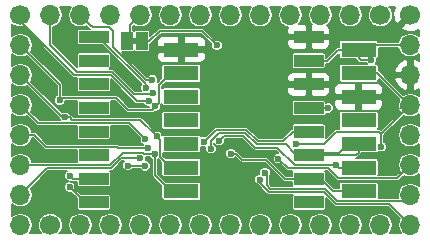
<source format=gbl>
G04 #@! TF.GenerationSoftware,KiCad,Pcbnew,6.0.0-rc1-unknown-a6325aa~66~ubuntu18.04.1*
G04 #@! TF.CreationDate,2018-09-06T22:08:46+02:00*
G04 #@! TF.ProjectId,STM32_Sensor_V4,53544D33325F53656E736F725F56342E,rev?*
G04 #@! TF.SameCoordinates,Original*
G04 #@! TF.FileFunction,Copper,L2,Bot,Signal*
G04 #@! TF.FilePolarity,Positive*
%FSLAX46Y46*%
G04 Gerber Fmt 4.6, Leading zero omitted, Abs format (unit mm)*
G04 Created by KiCad (PCBNEW 6.0.0-rc1-unknown-a6325aa~66~ubuntu18.04.1) date Thu Sep  6 22:08:46 2018*
%MOMM*%
%LPD*%
G01*
G04 APERTURE LIST*
G04 #@! TA.AperFunction,ComponentPad*
%ADD10O,1.700000X1.700000*%
G04 #@! TD*
G04 #@! TA.AperFunction,ComponentPad*
%ADD11C,1.700000*%
G04 #@! TD*
G04 #@! TA.AperFunction,SMDPad,CuDef*
%ADD12R,2.999740X1.198880*%
G04 #@! TD*
G04 #@! TA.AperFunction,SMDPad,CuDef*
%ADD13R,2.500000X1.000000*%
G04 #@! TD*
G04 #@! TA.AperFunction,SMDPad,CuDef*
%ADD14R,0.500000X0.600000*%
G04 #@! TD*
G04 #@! TA.AperFunction,SMDPad,CuDef*
%ADD15R,1.000000X1.500000*%
G04 #@! TD*
G04 #@! TA.AperFunction,ViaPad*
%ADD16C,0.600000*%
G04 #@! TD*
G04 #@! TA.AperFunction,Conductor*
%ADD17C,0.127000*%
G04 #@! TD*
G04 APERTURE END LIST*
D10*
G04 #@! TO.P,J1,8*
G04 #@! TO.N,PB0*
X128160000Y-109470000D03*
G04 #@! TO.P,J1,7*
G04 #@! TO.N,MOSI*
X128160000Y-106930000D03*
G04 #@! TO.P,J1,6*
G04 #@! TO.N,MISO*
X128160000Y-104390000D03*
G04 #@! TO.P,J1,5*
G04 #@! TO.N,SCK*
X128160000Y-101850000D03*
G04 #@! TO.P,J1,4*
G04 #@! TO.N,NSS*
X128160000Y-99310000D03*
G04 #@! TO.P,J1,3*
G04 #@! TO.N,PA3*
X128160000Y-96770000D03*
G04 #@! TO.P,J1,2*
G04 #@! TO.N,PA2*
X128160000Y-94230000D03*
D11*
G04 #@! TO.P,J1,1*
G04 #@! TO.N,PA1*
X128160000Y-91690000D03*
G04 #@! TD*
D10*
G04 #@! TO.P,J4,8*
G04 #@! TO.N,TX*
X161180000Y-109470000D03*
G04 #@! TO.P,J4,7*
G04 #@! TO.N,RX*
X161180000Y-106930000D03*
G04 #@! TO.P,J4,6*
G04 #@! TO.N,SWDIO*
X161180000Y-104390000D03*
G04 #@! TO.P,J4,5*
G04 #@! TO.N,SWDCLK*
X161180000Y-101850000D03*
G04 #@! TO.P,J4,4*
G04 #@! TO.N,+3V3*
X161180000Y-99310000D03*
G04 #@! TO.P,J4,3*
G04 #@! TO.N,GND*
X161180000Y-96770000D03*
G04 #@! TO.P,J4,2*
G04 #@! TO.N,ANT*
X161180000Y-94230000D03*
D11*
G04 #@! TO.P,J4,1*
G04 #@! TO.N,GND*
X161180000Y-91690000D03*
G04 #@! TD*
G04 #@! TO.P,J2,1*
G04 #@! TO.N,PB1*
X130700000Y-109470000D03*
D10*
G04 #@! TO.P,J2,2*
G04 #@! TO.N,PB2*
X133240000Y-109470000D03*
G04 #@! TO.P,J2,3*
G04 #@! TO.N,PB10*
X135780000Y-109470000D03*
G04 #@! TO.P,J2,4*
G04 #@! TO.N,PB11*
X138320000Y-109470000D03*
G04 #@! TO.P,J2,5*
G04 #@! TO.N,PB12*
X140860000Y-109470000D03*
G04 #@! TO.P,J2,6*
G04 #@! TO.N,PB13*
X143400000Y-109470000D03*
G04 #@! TO.P,J2,7*
G04 #@! TO.N,PB14*
X145940000Y-109470000D03*
G04 #@! TO.P,J2,8*
G04 #@! TO.N,PB15*
X148480000Y-109470000D03*
G04 #@! TO.P,J2,9*
G04 #@! TO.N,PA8*
X151020000Y-109470000D03*
G04 #@! TO.P,J2,10*
G04 #@! TO.N,PA11*
X153560000Y-109470000D03*
G04 #@! TO.P,J2,11*
G04 #@! TO.N,PA12*
X156100000Y-109470000D03*
G04 #@! TO.P,J2,12*
G04 #@! TO.N,+3V3*
X158640000Y-109470000D03*
G04 #@! TD*
D11*
G04 #@! TO.P,J3,1*
G04 #@! TO.N,PA15*
X158640000Y-91690000D03*
D10*
G04 #@! TO.P,J3,2*
G04 #@! TO.N,PB3*
X156100000Y-91690000D03*
G04 #@! TO.P,J3,3*
G04 #@! TO.N,PB4*
X153560000Y-91690000D03*
G04 #@! TO.P,J3,4*
G04 #@! TO.N,PB5*
X151020000Y-91690000D03*
G04 #@! TO.P,J3,5*
G04 #@! TO.N,PB6*
X148480000Y-91690000D03*
G04 #@! TO.P,J3,6*
G04 #@! TO.N,PB7*
X145940000Y-91690000D03*
G04 #@! TO.P,J3,7*
G04 #@! TO.N,PB8*
X143400000Y-91690000D03*
G04 #@! TO.P,J3,8*
G04 #@! TO.N,PB9*
X140860000Y-91690000D03*
G04 #@! TO.P,J3,9*
G04 #@! TO.N,VBAT*
X138320000Y-91690000D03*
G04 #@! TO.P,J3,10*
G04 #@! TO.N,PC13*
X135780000Y-91690000D03*
G04 #@! TO.P,J3,11*
G04 #@! TO.N,RST*
X133240000Y-91690000D03*
G04 #@! TO.P,J3,12*
G04 #@! TO.N,PA0*
X130700000Y-91690000D03*
G04 #@! TD*
D12*
G04 #@! TO.P,U2,1*
G04 #@! TO.N,ANT*
X156798080Y-94600520D03*
G04 #@! TO.P,U2,2*
G04 #@! TO.N,+3V3*
X156798080Y-96602040D03*
G04 #@! TO.P,U2,3*
G04 #@! TO.N,GND*
X156798080Y-98601020D03*
G04 #@! TO.P,U2,4*
G04 #@! TO.N,Net-(U2-Pad4)*
X156798080Y-100600000D03*
G04 #@! TO.P,U2,5*
G04 #@! TO.N,MOSI*
X156798080Y-102598980D03*
G04 #@! TO.P,U2,6*
G04 #@! TO.N,SCK*
X156798080Y-104597960D03*
G04 #@! TO.P,U2,7*
G04 #@! TO.N,NSS*
X156798080Y-106599480D03*
G04 #@! TO.P,U2,8*
G04 #@! TO.N,MISO*
X141801920Y-106599480D03*
G04 #@! TO.P,U2,9*
G04 #@! TO.N,PA3*
X141801920Y-104597960D03*
G04 #@! TO.P,U2,10*
G04 #@! TO.N,Net-(U2-Pad10)*
X141801920Y-102598980D03*
G04 #@! TO.P,U2,11*
G04 #@! TO.N,Net-(U2-Pad11)*
X141801920Y-100600000D03*
G04 #@! TO.P,U2,12*
G04 #@! TO.N,Net-(U2-Pad12)*
X141801920Y-98601020D03*
G04 #@! TO.P,U2,13*
G04 #@! TO.N,PA2*
X141801920Y-96602040D03*
G04 #@! TO.P,U2,14*
G04 #@! TO.N,GND*
X141801920Y-94600520D03*
G04 #@! TD*
D13*
G04 #@! TO.P,U3,16*
G04 #@! TO.N,N/C*
X152590000Y-107540000D03*
G04 #@! TO.P,U3,15*
G04 #@! TO.N,NSS*
X152590000Y-105540000D03*
G04 #@! TO.P,U3,14*
G04 #@! TO.N,MOSI*
X152590000Y-103540000D03*
G04 #@! TO.P,U3,13*
G04 #@! TO.N,MISO*
X152590000Y-101540000D03*
G04 #@! TO.P,U3,12*
G04 #@! TO.N,SCK*
X152590000Y-99540000D03*
G04 #@! TO.P,U3,11*
G04 #@! TO.N,GND*
X152590000Y-97540000D03*
G04 #@! TO.P,U3,10*
G04 #@! TO.N,ANT*
X152590000Y-95540000D03*
G04 #@! TO.P,U3,9*
G04 #@! TO.N,GND*
X152590000Y-93540000D03*
G04 #@! TO.P,U3,8*
G04 #@! TO.N,+3V3*
X134390000Y-93540000D03*
G04 #@! TO.P,U3,7*
G04 #@! TO.N,Net-(U3-Pad7)*
X134390000Y-95540000D03*
G04 #@! TO.P,U3,6*
G04 #@! TO.N,Net-(U3-Pad6)*
X134390000Y-97540000D03*
G04 #@! TO.P,U3,5*
G04 #@! TO.N,Net-(U3-Pad5)*
X134390000Y-99540000D03*
G04 #@! TO.P,U3,4*
G04 #@! TO.N,Net-(U3-Pad4)*
X134390000Y-101540000D03*
G04 #@! TO.P,U3,3*
G04 #@! TO.N,Net-(U3-Pad3)*
X134390000Y-103540000D03*
G04 #@! TO.P,U3,2*
G04 #@! TO.N,PA3*
X134390000Y-105540000D03*
G04 #@! TO.P,U3,1*
G04 #@! TO.N,PA2*
X134390000Y-107540000D03*
G04 #@! TD*
D14*
G04 #@! TO.P,JP1,1*
G04 #@! TO.N,VBAT*
X137820000Y-93870000D03*
D15*
G04 #@! TO.P,JP1,2*
G04 #@! TO.N,Net-(C7-Pad2)*
X138470000Y-93870000D03*
G04 #@! TO.P,JP1,1*
G04 #@! TO.N,VBAT*
X137170000Y-93870000D03*
G04 #@! TD*
D16*
G04 #@! TO.N,GND*
X146850000Y-99000000D03*
X149350000Y-94800000D03*
X144850000Y-103690000D03*
X145210000Y-95350000D03*
G04 #@! TO.N,+3V3*
X158724966Y-102820000D03*
X151520000Y-102580000D03*
X138780000Y-97840000D03*
G04 #@! TO.N,SWDIO*
X150020236Y-103836944D03*
G04 #@! TO.N,RX*
X148892004Y-105013641D03*
G04 #@! TO.N,TX*
X148470698Y-105606133D03*
G04 #@! TO.N,PB0*
X138713748Y-104441312D03*
X137292853Y-104416540D03*
G04 #@! TO.N,PA1*
X139033156Y-98939183D03*
G04 #@! TO.N,PA0*
X139353648Y-98286626D03*
G04 #@! TO.N,MOSI*
X144292508Y-102989097D03*
G04 #@! TO.N,MISO*
X139536838Y-103424500D03*
X143728792Y-102390000D03*
G04 #@! TO.N,SCK*
X138989987Y-102933673D03*
X145001453Y-102310249D03*
X154860000Y-104370000D03*
X154190000Y-99560000D03*
G04 #@! TO.N,NSS*
X138750000Y-102200000D03*
X145990000Y-103410000D03*
G04 #@! TO.N,RST*
X139350000Y-97200000D03*
G04 #@! TO.N,GND*
X156798080Y-98601020D03*
X148180000Y-100930000D03*
X138600000Y-108100000D03*
X147060000Y-102650000D03*
X139080000Y-105870000D03*
X132270000Y-93120000D03*
X131570000Y-96420000D03*
X139810000Y-94620000D03*
X136300000Y-106300000D03*
X131290000Y-107790000D03*
X129440000Y-107370000D03*
X139430000Y-100510000D03*
X130290000Y-97650000D03*
X129850000Y-99590000D03*
X130000000Y-101480000D03*
X129740000Y-103300000D03*
X159890000Y-102750000D03*
X157410000Y-108620000D03*
X154560000Y-105720000D03*
X144310000Y-106330000D03*
X146090000Y-106880000D03*
X147830000Y-108110000D03*
X149090000Y-107810000D03*
X159480000Y-106850000D03*
X145660000Y-108140000D03*
X150740000Y-108120000D03*
X131850000Y-101900000D03*
X131800000Y-103610000D03*
X132080000Y-108790000D03*
X149260000Y-95990000D03*
X149780000Y-92690000D03*
G04 #@! TO.N,MOSI*
X138330510Y-103810000D03*
G04 #@! TO.N,PA2*
X139585606Y-99411777D03*
X132340000Y-106260000D03*
X131489998Y-98900000D03*
G04 #@! TO.N,PA3*
X139702589Y-101949394D03*
X132387011Y-105284557D03*
X131910000Y-100340000D03*
G04 #@! TO.N,Net-(C7-Pad2)*
X144800000Y-94250000D03*
G04 #@! TO.N,ANT*
X157860000Y-95501011D03*
G04 #@! TD*
D17*
G04 #@! TO.N,+3V3*
X161180000Y-99310000D02*
X158724966Y-101765034D01*
X158724966Y-101765034D02*
X158724966Y-102820000D01*
X158392040Y-96602040D02*
X156798080Y-96602040D01*
X161180000Y-99310000D02*
X161100000Y-99310000D01*
X161100000Y-99310000D02*
X158392040Y-96602040D01*
X161180000Y-99310000D02*
X160610000Y-99310000D01*
X160610000Y-99310000D02*
X160350000Y-99570000D01*
X134780000Y-93540000D02*
X134390000Y-93540000D01*
X138780000Y-97840000D02*
X138780000Y-97540000D01*
X138780000Y-97540000D02*
X134780000Y-93540000D01*
X151520000Y-102580000D02*
X153890000Y-102580000D01*
X153890000Y-102580000D02*
X154900000Y-101570000D01*
X158529932Y-101570000D02*
X158724966Y-101765034D01*
X154900000Y-101570000D02*
X158529932Y-101570000D01*
G04 #@! TO.N,SWDIO*
X150843292Y-104660000D02*
X150020236Y-103836944D01*
X155070000Y-105480000D02*
X154250000Y-104660000D01*
X160090000Y-105480000D02*
X155070000Y-105480000D01*
X154250000Y-104660000D02*
X150843292Y-104660000D01*
X161180000Y-104390000D02*
X160090000Y-105480000D01*
G04 #@! TO.N,PB0*
X137317625Y-104441312D02*
X137292853Y-104416540D01*
X138713748Y-104441312D02*
X137317625Y-104441312D01*
G04 #@! TO.N,PA1*
X138009183Y-98939183D02*
X139033156Y-98939183D01*
X135800000Y-96730000D02*
X138009183Y-98939183D01*
X128160000Y-92150000D02*
X132740000Y-96730000D01*
X128160000Y-91690000D02*
X128160000Y-92150000D01*
X132740000Y-96730000D02*
X135800000Y-96730000D01*
G04 #@! TO.N,PA0*
X137759725Y-98330501D02*
X139309773Y-98330501D01*
X135899224Y-96470000D02*
X137759725Y-98330501D01*
X139309773Y-98330501D02*
X139353648Y-98286626D01*
X132980000Y-96470000D02*
X135899224Y-96470000D01*
X130700000Y-94190000D02*
X132980000Y-96470000D01*
X130700000Y-91690000D02*
X130700000Y-94190000D01*
G04 #@! TO.N,MOSI*
X156573500Y-103550000D02*
X153600000Y-103550000D01*
X156798080Y-103325420D02*
X156573500Y-103550000D01*
X156798080Y-102598980D02*
X156798080Y-103325420D01*
X144988016Y-101630000D02*
X144292508Y-102325508D01*
X147160776Y-101630000D02*
X144988016Y-101630000D01*
X155897650Y-102598980D02*
X155171210Y-103325420D01*
X151320129Y-103325420D02*
X150628776Y-102634067D01*
X156798080Y-102598980D02*
X155897650Y-102598980D01*
X155171210Y-103325420D02*
X151320129Y-103325420D01*
X144292508Y-102325508D02*
X144292508Y-102989097D01*
X150628776Y-102634067D02*
X148164843Y-102634067D01*
X148164843Y-102634067D02*
X147160776Y-101630000D01*
G04 #@! TO.N,MISO*
X139536838Y-105234828D02*
X139536838Y-103424500D01*
X140901490Y-106599480D02*
X139536838Y-105234828D01*
X141801920Y-106599480D02*
X140901490Y-106599480D01*
X144748792Y-101370000D02*
X143728792Y-102390000D01*
X147260000Y-101370000D02*
X144748792Y-101370000D01*
X150383000Y-102370000D02*
X148260000Y-102370000D01*
X148260000Y-102370000D02*
X147260000Y-101370000D01*
X152590000Y-101540000D02*
X151213000Y-101540000D01*
X151213000Y-101540000D02*
X150383000Y-102370000D01*
X138670442Y-103424500D02*
X139536838Y-103424500D01*
X138565441Y-103319499D02*
X138670442Y-103424500D01*
X136820501Y-103319499D02*
X138565441Y-103319499D01*
X135750000Y-104390000D02*
X136820501Y-103319499D01*
X128160000Y-104390000D02*
X135750000Y-104390000D01*
G04 #@! TO.N,SCK*
X156798080Y-104597960D02*
X155171210Y-104597960D01*
X155171210Y-104597960D02*
X154943250Y-104370000D01*
X154943250Y-104370000D02*
X154860000Y-104370000D01*
X152610000Y-99560000D02*
X152590000Y-99540000D01*
X154190000Y-99560000D02*
X152610000Y-99560000D01*
X145427488Y-101884214D02*
X145001453Y-102310249D01*
X147055765Y-101884214D02*
X145427488Y-101884214D01*
X149910000Y-102900000D02*
X148071551Y-102900000D01*
X148071551Y-102900000D02*
X147055765Y-101884214D01*
X154860000Y-104370000D02*
X151380000Y-104370000D01*
X151380000Y-104370000D02*
X149910000Y-102900000D01*
G04 #@! TO.N,NSS*
X156798080Y-106599480D02*
X154649480Y-106599480D01*
X154649480Y-106599480D02*
X153600000Y-105550000D01*
X137399499Y-100849499D02*
X138750000Y-102200000D01*
X128160000Y-99310000D02*
X129699499Y-100849499D01*
X129699499Y-100849499D02*
X137399499Y-100849499D01*
X146414264Y-103410000D02*
X145990000Y-103410000D01*
X148950000Y-103920000D02*
X146924264Y-103920000D01*
X152590000Y-105540000D02*
X150570000Y-105540000D01*
X146924264Y-103920000D02*
X146414264Y-103410000D01*
X150570000Y-105540000D02*
X148950000Y-103920000D01*
G04 #@! TO.N,RX*
X160720000Y-107390000D02*
X154990000Y-107390000D01*
X161180000Y-106930000D02*
X160720000Y-107390000D01*
X153980000Y-106380000D02*
X149300000Y-106380000D01*
X154990000Y-107390000D02*
X153980000Y-106380000D01*
X149010000Y-105131637D02*
X148892004Y-105013641D01*
X149300000Y-106380000D02*
X149010000Y-106090000D01*
X149010000Y-106090000D02*
X149010000Y-105131637D01*
G04 #@! TO.N,TX*
X148470698Y-105910698D02*
X148470698Y-105606133D01*
X149200000Y-106640000D02*
X148470698Y-105910698D01*
X153880000Y-106640000D02*
X149200000Y-106640000D01*
X154900000Y-107660000D02*
X153880000Y-106640000D01*
X161180000Y-109470000D02*
X159370000Y-107660000D01*
X159370000Y-107660000D02*
X154900000Y-107660000D01*
G04 #@! TO.N,MOSI*
X130441989Y-104648011D02*
X135861989Y-104648011D01*
X135861989Y-104648011D02*
X136700000Y-103810000D01*
X136700000Y-103810000D02*
X137906246Y-103810000D01*
X128160000Y-106930000D02*
X130441989Y-104648011D01*
X137906246Y-103810000D02*
X138330510Y-103810000D01*
G04 #@! TO.N,SCK*
X136319224Y-102830000D02*
X136422897Y-102933673D01*
X130342081Y-102830000D02*
X136319224Y-102830000D01*
X128160000Y-101850000D02*
X129362081Y-101850000D01*
X136422897Y-102933673D02*
X138989987Y-102933673D01*
X129362081Y-101850000D02*
X130342081Y-102830000D01*
G04 #@! TO.N,RST*
X134089999Y-92539999D02*
X133240000Y-91690000D01*
X138800000Y-97200000D02*
X135982902Y-94382902D01*
X139350000Y-97200000D02*
X138800000Y-97200000D01*
X135673403Y-92730501D02*
X134280501Y-92730501D01*
X135982902Y-94382902D02*
X135982902Y-93040000D01*
X135982902Y-93040000D02*
X135673403Y-92730501D01*
X134280501Y-92730501D02*
X134089999Y-92539999D01*
G04 #@! TO.N,PA2*
X140901490Y-96602040D02*
X139890921Y-97612609D01*
X139890921Y-99106462D02*
X139585606Y-99411777D01*
X139890921Y-97612609D02*
X139890921Y-99106462D01*
X141801920Y-96602040D02*
X140901490Y-96602040D01*
X133640000Y-107540000D02*
X132360000Y-106260000D01*
X132360000Y-106260000D02*
X132340000Y-106260000D01*
X134390000Y-107540000D02*
X133640000Y-107540000D01*
X128160000Y-94230000D02*
X128160000Y-94430000D01*
X131489998Y-97559998D02*
X131489998Y-98900000D01*
X128160000Y-94230000D02*
X131489998Y-97559998D01*
X131659998Y-98730000D02*
X131489998Y-98900000D01*
X137273676Y-99711776D02*
X136291900Y-98730000D01*
X139585606Y-99411777D02*
X139285607Y-99711776D01*
X136291900Y-98730000D02*
X131659998Y-98730000D01*
X139285607Y-99711776D02*
X137273676Y-99711776D01*
G04 #@! TO.N,PA3*
X140027340Y-102274145D02*
X139702589Y-101949394D01*
X141801920Y-104597960D02*
X140901490Y-104597960D01*
X140901490Y-104597960D02*
X140027340Y-103723810D01*
X140027340Y-103723810D02*
X140027340Y-102274145D01*
X134390000Y-105540000D02*
X132642454Y-105540000D01*
X132642454Y-105540000D02*
X132387011Y-105284557D01*
X131730000Y-100340000D02*
X131910000Y-100340000D01*
X128160000Y-96770000D02*
X131730000Y-100340000D01*
X132334264Y-100340000D02*
X131910000Y-100340000D01*
X132564264Y-100570000D02*
X132334264Y-100340000D01*
X139702589Y-101949394D02*
X138323195Y-100570000D01*
X138323195Y-100570000D02*
X132564264Y-100570000D01*
G04 #@! TO.N,VBAT*
X137470001Y-93569999D02*
X137171063Y-93868937D01*
X137470001Y-92539999D02*
X137470001Y-93569999D01*
X138320000Y-91690000D02*
X137470001Y-92539999D01*
X137170000Y-93870000D02*
X137779499Y-93870000D01*
G04 #@! TO.N,Net-(C7-Pad2)*
X143543000Y-92993000D02*
X144800000Y-94250000D01*
X139974000Y-92993000D02*
X143543000Y-92993000D01*
X139097000Y-93870000D02*
X139974000Y-92993000D01*
X138470000Y-93870000D02*
X139097000Y-93870000D01*
G04 #@! TO.N,ANT*
X157168600Y-94230000D02*
X156798080Y-94600520D01*
X161180000Y-94230000D02*
X157168600Y-94230000D01*
X157300520Y-94600520D02*
X156798080Y-94600520D01*
X156972131Y-95501011D02*
X157860000Y-95501011D01*
X156798080Y-95326960D02*
X156972131Y-95501011D01*
X156798080Y-95326960D02*
X156798080Y-94600520D01*
X152590000Y-95540000D02*
X154160000Y-95540000D01*
X155099480Y-94600520D02*
X156798080Y-94600520D01*
X154160000Y-95540000D02*
X155099480Y-94600520D01*
G04 #@! TD*
G04 #@! TO.N,GND*
G36*
X147874255Y-103061914D02*
X147888427Y-103083124D01*
X147972445Y-103139263D01*
X148046534Y-103154000D01*
X148046535Y-103154000D01*
X148071550Y-103158976D01*
X148096565Y-103154000D01*
X149804791Y-103154000D01*
X149997235Y-103346444D01*
X149922670Y-103346444D01*
X149742390Y-103421119D01*
X149604411Y-103559098D01*
X149529736Y-103739378D01*
X149529736Y-103934510D01*
X149604411Y-104114790D01*
X149742390Y-104252769D01*
X149922670Y-104327444D01*
X150117802Y-104327444D01*
X150141649Y-104317566D01*
X150645996Y-104821914D01*
X150660168Y-104843124D01*
X150726243Y-104887274D01*
X150744186Y-104899263D01*
X150843292Y-104918976D01*
X150868308Y-104914000D01*
X151195078Y-104914000D01*
X151160553Y-104965671D01*
X151145768Y-105040000D01*
X151145768Y-105286000D01*
X150675210Y-105286000D01*
X149147298Y-103758089D01*
X149133124Y-103736876D01*
X149049106Y-103680737D01*
X148975017Y-103666000D01*
X148975016Y-103666000D01*
X148950000Y-103661024D01*
X148924984Y-103666000D01*
X147029474Y-103666000D01*
X146611562Y-103248089D01*
X146597388Y-103226876D01*
X146513370Y-103170737D01*
X146439281Y-103156000D01*
X146439280Y-103156000D01*
X146414264Y-103151024D01*
X146413689Y-103151138D01*
X146405825Y-103132154D01*
X146267846Y-102994175D01*
X146087566Y-102919500D01*
X145892434Y-102919500D01*
X145712154Y-102994175D01*
X145574175Y-103132154D01*
X145499500Y-103312434D01*
X145499500Y-103507566D01*
X145574175Y-103687846D01*
X145712154Y-103825825D01*
X145892434Y-103900500D01*
X146087566Y-103900500D01*
X146267846Y-103825825D01*
X146369363Y-103724308D01*
X146726968Y-104081914D01*
X146741140Y-104103124D01*
X146812398Y-104150737D01*
X146825158Y-104159263D01*
X146924264Y-104178976D01*
X146949281Y-104174000D01*
X148844791Y-104174000D01*
X150372704Y-105701914D01*
X150386876Y-105723124D01*
X150456283Y-105769500D01*
X150470894Y-105779263D01*
X150570000Y-105798976D01*
X150595016Y-105794000D01*
X151145768Y-105794000D01*
X151145768Y-106040000D01*
X151160553Y-106114329D01*
X151168351Y-106126000D01*
X149405210Y-106126000D01*
X149264000Y-105984791D01*
X149264000Y-105335316D01*
X149307829Y-105291487D01*
X149382504Y-105111207D01*
X149382504Y-104916075D01*
X149307829Y-104735795D01*
X149169850Y-104597816D01*
X148989570Y-104523141D01*
X148794438Y-104523141D01*
X148614158Y-104597816D01*
X148476179Y-104735795D01*
X148401504Y-104916075D01*
X148401504Y-105111207D01*
X148403337Y-105115633D01*
X148373132Y-105115633D01*
X148192852Y-105190308D01*
X148054873Y-105328287D01*
X147980198Y-105508567D01*
X147980198Y-105703699D01*
X148054873Y-105883979D01*
X148192852Y-106021958D01*
X148257430Y-106048707D01*
X148287574Y-106093822D01*
X148308787Y-106107996D01*
X149002704Y-106801914D01*
X149016876Y-106823124D01*
X149100894Y-106879263D01*
X149200000Y-106898976D01*
X149225017Y-106894000D01*
X151215613Y-106894000D01*
X151202657Y-106902657D01*
X151160553Y-106965671D01*
X151145768Y-107040000D01*
X151145768Y-108040000D01*
X151160553Y-108114329D01*
X151202657Y-108177343D01*
X151265671Y-108219447D01*
X151340000Y-108234232D01*
X153840000Y-108234232D01*
X153914329Y-108219447D01*
X153977343Y-108177343D01*
X154019447Y-108114329D01*
X154034232Y-108040000D01*
X154034232Y-107153441D01*
X154702704Y-107821914D01*
X154716876Y-107843124D01*
X154800894Y-107899263D01*
X154900000Y-107918976D01*
X154925017Y-107914000D01*
X159264791Y-107914000D01*
X160285962Y-108935173D01*
X160199871Y-109064017D01*
X160119116Y-109470000D01*
X160199871Y-109875983D01*
X160393989Y-110166500D01*
X159426011Y-110166500D01*
X159620129Y-109875983D01*
X159700884Y-109470000D01*
X159620129Y-109064017D01*
X159390158Y-108719842D01*
X159045983Y-108489871D01*
X158742477Y-108429500D01*
X158537523Y-108429500D01*
X158234017Y-108489871D01*
X157889842Y-108719842D01*
X157659871Y-109064017D01*
X157579116Y-109470000D01*
X157659871Y-109875983D01*
X157853989Y-110166500D01*
X156886011Y-110166500D01*
X157080129Y-109875983D01*
X157160884Y-109470000D01*
X157080129Y-109064017D01*
X156850158Y-108719842D01*
X156505983Y-108489871D01*
X156202477Y-108429500D01*
X155997523Y-108429500D01*
X155694017Y-108489871D01*
X155349842Y-108719842D01*
X155119871Y-109064017D01*
X155039116Y-109470000D01*
X155119871Y-109875983D01*
X155313989Y-110166500D01*
X154346011Y-110166500D01*
X154540129Y-109875983D01*
X154620884Y-109470000D01*
X154540129Y-109064017D01*
X154310158Y-108719842D01*
X153965983Y-108489871D01*
X153662477Y-108429500D01*
X153457523Y-108429500D01*
X153154017Y-108489871D01*
X152809842Y-108719842D01*
X152579871Y-109064017D01*
X152499116Y-109470000D01*
X152579871Y-109875983D01*
X152773989Y-110166500D01*
X151806011Y-110166500D01*
X152000129Y-109875983D01*
X152080884Y-109470000D01*
X152000129Y-109064017D01*
X151770158Y-108719842D01*
X151425983Y-108489871D01*
X151122477Y-108429500D01*
X150917523Y-108429500D01*
X150614017Y-108489871D01*
X150269842Y-108719842D01*
X150039871Y-109064017D01*
X149959116Y-109470000D01*
X150039871Y-109875983D01*
X150233989Y-110166500D01*
X149266011Y-110166500D01*
X149460129Y-109875983D01*
X149540884Y-109470000D01*
X149460129Y-109064017D01*
X149230158Y-108719842D01*
X148885983Y-108489871D01*
X148582477Y-108429500D01*
X148377523Y-108429500D01*
X148074017Y-108489871D01*
X147729842Y-108719842D01*
X147499871Y-109064017D01*
X147419116Y-109470000D01*
X147499871Y-109875983D01*
X147693989Y-110166500D01*
X146726011Y-110166500D01*
X146920129Y-109875983D01*
X147000884Y-109470000D01*
X146920129Y-109064017D01*
X146690158Y-108719842D01*
X146345983Y-108489871D01*
X146042477Y-108429500D01*
X145837523Y-108429500D01*
X145534017Y-108489871D01*
X145189842Y-108719842D01*
X144959871Y-109064017D01*
X144879116Y-109470000D01*
X144959871Y-109875983D01*
X145153989Y-110166500D01*
X144186011Y-110166500D01*
X144380129Y-109875983D01*
X144460884Y-109470000D01*
X144380129Y-109064017D01*
X144150158Y-108719842D01*
X143805983Y-108489871D01*
X143502477Y-108429500D01*
X143297523Y-108429500D01*
X142994017Y-108489871D01*
X142649842Y-108719842D01*
X142419871Y-109064017D01*
X142339116Y-109470000D01*
X142419871Y-109875983D01*
X142613989Y-110166500D01*
X141646011Y-110166500D01*
X141840129Y-109875983D01*
X141920884Y-109470000D01*
X141840129Y-109064017D01*
X141610158Y-108719842D01*
X141265983Y-108489871D01*
X140962477Y-108429500D01*
X140757523Y-108429500D01*
X140454017Y-108489871D01*
X140109842Y-108719842D01*
X139879871Y-109064017D01*
X139799116Y-109470000D01*
X139879871Y-109875983D01*
X140073989Y-110166500D01*
X139106011Y-110166500D01*
X139300129Y-109875983D01*
X139380884Y-109470000D01*
X139300129Y-109064017D01*
X139070158Y-108719842D01*
X138725983Y-108489871D01*
X138422477Y-108429500D01*
X138217523Y-108429500D01*
X137914017Y-108489871D01*
X137569842Y-108719842D01*
X137339871Y-109064017D01*
X137259116Y-109470000D01*
X137339871Y-109875983D01*
X137533989Y-110166500D01*
X136566011Y-110166500D01*
X136760129Y-109875983D01*
X136840884Y-109470000D01*
X136760129Y-109064017D01*
X136530158Y-108719842D01*
X136185983Y-108489871D01*
X135882477Y-108429500D01*
X135677523Y-108429500D01*
X135374017Y-108489871D01*
X135029842Y-108719842D01*
X134799871Y-109064017D01*
X134719116Y-109470000D01*
X134799871Y-109875983D01*
X134993989Y-110166500D01*
X134026011Y-110166500D01*
X134220129Y-109875983D01*
X134300884Y-109470000D01*
X134220129Y-109064017D01*
X133990158Y-108719842D01*
X133645983Y-108489871D01*
X133342477Y-108429500D01*
X133137523Y-108429500D01*
X132834017Y-108489871D01*
X132489842Y-108719842D01*
X132259871Y-109064017D01*
X132179116Y-109470000D01*
X132259871Y-109875983D01*
X132453989Y-110166500D01*
X131474990Y-110166500D01*
X131582094Y-110059396D01*
X131740500Y-109676968D01*
X131740500Y-109263032D01*
X131582094Y-108880604D01*
X131289396Y-108587906D01*
X130906968Y-108429500D01*
X130493032Y-108429500D01*
X130110604Y-108587906D01*
X129817906Y-108880604D01*
X129659500Y-109263032D01*
X129659500Y-109676968D01*
X129817906Y-110059396D01*
X129925010Y-110166500D01*
X128946011Y-110166500D01*
X129140129Y-109875983D01*
X129220884Y-109470000D01*
X129140129Y-109064017D01*
X128910158Y-108719842D01*
X128565983Y-108489871D01*
X128262477Y-108429500D01*
X128057523Y-108429500D01*
X127754017Y-108489871D01*
X127463500Y-108683989D01*
X127463500Y-107716011D01*
X127754017Y-107910129D01*
X128057523Y-107970500D01*
X128262477Y-107970500D01*
X128565983Y-107910129D01*
X128910158Y-107680158D01*
X129140129Y-107335983D01*
X129220884Y-106930000D01*
X129140129Y-106524017D01*
X129054037Y-106395172D01*
X130547199Y-104902011D01*
X132075886Y-104902011D01*
X131971186Y-105006711D01*
X131896511Y-105186991D01*
X131896511Y-105382123D01*
X131971186Y-105562403D01*
X132109165Y-105700382D01*
X132276029Y-105769500D01*
X132242434Y-105769500D01*
X132062154Y-105844175D01*
X131924175Y-105982154D01*
X131849500Y-106162434D01*
X131849500Y-106357566D01*
X131924175Y-106537846D01*
X132062154Y-106675825D01*
X132242434Y-106750500D01*
X132437566Y-106750500D01*
X132475555Y-106734764D01*
X132945768Y-107204978D01*
X132945768Y-108040000D01*
X132960553Y-108114329D01*
X133002657Y-108177343D01*
X133065671Y-108219447D01*
X133140000Y-108234232D01*
X135640000Y-108234232D01*
X135714329Y-108219447D01*
X135777343Y-108177343D01*
X135819447Y-108114329D01*
X135834232Y-108040000D01*
X135834232Y-107040000D01*
X135819447Y-106965671D01*
X135777343Y-106902657D01*
X135714329Y-106860553D01*
X135640000Y-106845768D01*
X133304978Y-106845768D01*
X132826480Y-106367271D01*
X132830500Y-106357566D01*
X132830500Y-106162434D01*
X132755825Y-105982154D01*
X132617846Y-105844175D01*
X132450982Y-105775057D01*
X132484577Y-105775057D01*
X132516971Y-105761639D01*
X132528737Y-105769500D01*
X132543348Y-105779263D01*
X132642454Y-105798976D01*
X132667470Y-105794000D01*
X132945768Y-105794000D01*
X132945768Y-106040000D01*
X132960553Y-106114329D01*
X133002657Y-106177343D01*
X133065671Y-106219447D01*
X133140000Y-106234232D01*
X135640000Y-106234232D01*
X135714329Y-106219447D01*
X135777343Y-106177343D01*
X135819447Y-106114329D01*
X135834232Y-106040000D01*
X135834232Y-105040000D01*
X135819447Y-104965671D01*
X135777343Y-104902657D01*
X135776376Y-104902011D01*
X135836973Y-104902011D01*
X135861989Y-104906987D01*
X135887005Y-104902011D01*
X135887006Y-104902011D01*
X135961095Y-104887274D01*
X136045113Y-104831135D01*
X136059287Y-104809922D01*
X136805211Y-104064000D01*
X136951722Y-104064000D01*
X136877028Y-104138694D01*
X136802353Y-104318974D01*
X136802353Y-104514106D01*
X136877028Y-104694386D01*
X137015007Y-104832365D01*
X137195287Y-104907040D01*
X137390419Y-104907040D01*
X137570699Y-104832365D01*
X137707752Y-104695312D01*
X138288046Y-104695312D01*
X138297923Y-104719158D01*
X138435902Y-104857137D01*
X138616182Y-104931812D01*
X138811314Y-104931812D01*
X138991594Y-104857137D01*
X139129573Y-104719158D01*
X139204248Y-104538878D01*
X139204248Y-104343746D01*
X139129573Y-104163466D01*
X138991594Y-104025487D01*
X138811314Y-103950812D01*
X138803097Y-103950812D01*
X138821010Y-103907566D01*
X138821010Y-103712434D01*
X138806954Y-103678500D01*
X139111136Y-103678500D01*
X139121013Y-103702346D01*
X139258992Y-103840325D01*
X139282839Y-103850203D01*
X139282838Y-105209812D01*
X139277862Y-105234828D01*
X139294422Y-105318084D01*
X139297575Y-105333933D01*
X139353714Y-105417952D01*
X139374927Y-105432126D01*
X140107818Y-106165018D01*
X140107818Y-107198920D01*
X140122603Y-107273249D01*
X140164707Y-107336263D01*
X140227721Y-107378367D01*
X140302050Y-107393152D01*
X143301790Y-107393152D01*
X143376119Y-107378367D01*
X143439133Y-107336263D01*
X143481237Y-107273249D01*
X143496022Y-107198920D01*
X143496022Y-106000040D01*
X143481237Y-105925711D01*
X143439133Y-105862697D01*
X143376119Y-105820593D01*
X143301790Y-105805808D01*
X140467028Y-105805808D01*
X139790838Y-105129619D01*
X139790838Y-103850202D01*
X139802956Y-103845183D01*
X139844216Y-103906934D01*
X139865429Y-103921108D01*
X140107818Y-104163497D01*
X140107818Y-105197400D01*
X140122603Y-105271729D01*
X140164707Y-105334743D01*
X140227721Y-105376847D01*
X140302050Y-105391632D01*
X143301790Y-105391632D01*
X143376119Y-105376847D01*
X143439133Y-105334743D01*
X143481237Y-105271729D01*
X143496022Y-105197400D01*
X143496022Y-103998520D01*
X143481237Y-103924191D01*
X143439133Y-103861177D01*
X143376119Y-103819073D01*
X143301790Y-103804288D01*
X140467027Y-103804288D01*
X140281340Y-103618601D01*
X140281340Y-103388533D01*
X140302050Y-103392652D01*
X143301790Y-103392652D01*
X143376119Y-103377867D01*
X143439133Y-103335763D01*
X143481237Y-103272749D01*
X143496022Y-103198420D01*
X143496022Y-102824496D01*
X143631226Y-102880500D01*
X143806577Y-102880500D01*
X143802008Y-102891531D01*
X143802008Y-103086663D01*
X143876683Y-103266943D01*
X144014662Y-103404922D01*
X144194942Y-103479597D01*
X144390074Y-103479597D01*
X144570354Y-103404922D01*
X144708333Y-103266943D01*
X144783008Y-103086663D01*
X144783008Y-102891531D01*
X144708333Y-102711251D01*
X144570354Y-102573272D01*
X144546508Y-102563395D01*
X144546508Y-102493652D01*
X144585628Y-102588095D01*
X144723607Y-102726074D01*
X144903887Y-102800749D01*
X145099019Y-102800749D01*
X145279299Y-102726074D01*
X145417278Y-102588095D01*
X145491953Y-102407815D01*
X145491953Y-102212683D01*
X145482075Y-102188836D01*
X145532698Y-102138214D01*
X146950556Y-102138214D01*
X147874255Y-103061914D01*
X147874255Y-103061914D01*
G37*
X147874255Y-103061914D02*
X147888427Y-103083124D01*
X147972445Y-103139263D01*
X148046534Y-103154000D01*
X148046535Y-103154000D01*
X148071550Y-103158976D01*
X148096565Y-103154000D01*
X149804791Y-103154000D01*
X149997235Y-103346444D01*
X149922670Y-103346444D01*
X149742390Y-103421119D01*
X149604411Y-103559098D01*
X149529736Y-103739378D01*
X149529736Y-103934510D01*
X149604411Y-104114790D01*
X149742390Y-104252769D01*
X149922670Y-104327444D01*
X150117802Y-104327444D01*
X150141649Y-104317566D01*
X150645996Y-104821914D01*
X150660168Y-104843124D01*
X150726243Y-104887274D01*
X150744186Y-104899263D01*
X150843292Y-104918976D01*
X150868308Y-104914000D01*
X151195078Y-104914000D01*
X151160553Y-104965671D01*
X151145768Y-105040000D01*
X151145768Y-105286000D01*
X150675210Y-105286000D01*
X149147298Y-103758089D01*
X149133124Y-103736876D01*
X149049106Y-103680737D01*
X148975017Y-103666000D01*
X148975016Y-103666000D01*
X148950000Y-103661024D01*
X148924984Y-103666000D01*
X147029474Y-103666000D01*
X146611562Y-103248089D01*
X146597388Y-103226876D01*
X146513370Y-103170737D01*
X146439281Y-103156000D01*
X146439280Y-103156000D01*
X146414264Y-103151024D01*
X146413689Y-103151138D01*
X146405825Y-103132154D01*
X146267846Y-102994175D01*
X146087566Y-102919500D01*
X145892434Y-102919500D01*
X145712154Y-102994175D01*
X145574175Y-103132154D01*
X145499500Y-103312434D01*
X145499500Y-103507566D01*
X145574175Y-103687846D01*
X145712154Y-103825825D01*
X145892434Y-103900500D01*
X146087566Y-103900500D01*
X146267846Y-103825825D01*
X146369363Y-103724308D01*
X146726968Y-104081914D01*
X146741140Y-104103124D01*
X146812398Y-104150737D01*
X146825158Y-104159263D01*
X146924264Y-104178976D01*
X146949281Y-104174000D01*
X148844791Y-104174000D01*
X150372704Y-105701914D01*
X150386876Y-105723124D01*
X150456283Y-105769500D01*
X150470894Y-105779263D01*
X150570000Y-105798976D01*
X150595016Y-105794000D01*
X151145768Y-105794000D01*
X151145768Y-106040000D01*
X151160553Y-106114329D01*
X151168351Y-106126000D01*
X149405210Y-106126000D01*
X149264000Y-105984791D01*
X149264000Y-105335316D01*
X149307829Y-105291487D01*
X149382504Y-105111207D01*
X149382504Y-104916075D01*
X149307829Y-104735795D01*
X149169850Y-104597816D01*
X148989570Y-104523141D01*
X148794438Y-104523141D01*
X148614158Y-104597816D01*
X148476179Y-104735795D01*
X148401504Y-104916075D01*
X148401504Y-105111207D01*
X148403337Y-105115633D01*
X148373132Y-105115633D01*
X148192852Y-105190308D01*
X148054873Y-105328287D01*
X147980198Y-105508567D01*
X147980198Y-105703699D01*
X148054873Y-105883979D01*
X148192852Y-106021958D01*
X148257430Y-106048707D01*
X148287574Y-106093822D01*
X148308787Y-106107996D01*
X149002704Y-106801914D01*
X149016876Y-106823124D01*
X149100894Y-106879263D01*
X149200000Y-106898976D01*
X149225017Y-106894000D01*
X151215613Y-106894000D01*
X151202657Y-106902657D01*
X151160553Y-106965671D01*
X151145768Y-107040000D01*
X151145768Y-108040000D01*
X151160553Y-108114329D01*
X151202657Y-108177343D01*
X151265671Y-108219447D01*
X151340000Y-108234232D01*
X153840000Y-108234232D01*
X153914329Y-108219447D01*
X153977343Y-108177343D01*
X154019447Y-108114329D01*
X154034232Y-108040000D01*
X154034232Y-107153441D01*
X154702704Y-107821914D01*
X154716876Y-107843124D01*
X154800894Y-107899263D01*
X154900000Y-107918976D01*
X154925017Y-107914000D01*
X159264791Y-107914000D01*
X160285962Y-108935173D01*
X160199871Y-109064017D01*
X160119116Y-109470000D01*
X160199871Y-109875983D01*
X160393989Y-110166500D01*
X159426011Y-110166500D01*
X159620129Y-109875983D01*
X159700884Y-109470000D01*
X159620129Y-109064017D01*
X159390158Y-108719842D01*
X159045983Y-108489871D01*
X158742477Y-108429500D01*
X158537523Y-108429500D01*
X158234017Y-108489871D01*
X157889842Y-108719842D01*
X157659871Y-109064017D01*
X157579116Y-109470000D01*
X157659871Y-109875983D01*
X157853989Y-110166500D01*
X156886011Y-110166500D01*
X157080129Y-109875983D01*
X157160884Y-109470000D01*
X157080129Y-109064017D01*
X156850158Y-108719842D01*
X156505983Y-108489871D01*
X156202477Y-108429500D01*
X155997523Y-108429500D01*
X155694017Y-108489871D01*
X155349842Y-108719842D01*
X155119871Y-109064017D01*
X155039116Y-109470000D01*
X155119871Y-109875983D01*
X155313989Y-110166500D01*
X154346011Y-110166500D01*
X154540129Y-109875983D01*
X154620884Y-109470000D01*
X154540129Y-109064017D01*
X154310158Y-108719842D01*
X153965983Y-108489871D01*
X153662477Y-108429500D01*
X153457523Y-108429500D01*
X153154017Y-108489871D01*
X152809842Y-108719842D01*
X152579871Y-109064017D01*
X152499116Y-109470000D01*
X152579871Y-109875983D01*
X152773989Y-110166500D01*
X151806011Y-110166500D01*
X152000129Y-109875983D01*
X152080884Y-109470000D01*
X152000129Y-109064017D01*
X151770158Y-108719842D01*
X151425983Y-108489871D01*
X151122477Y-108429500D01*
X150917523Y-108429500D01*
X150614017Y-108489871D01*
X150269842Y-108719842D01*
X150039871Y-109064017D01*
X149959116Y-109470000D01*
X150039871Y-109875983D01*
X150233989Y-110166500D01*
X149266011Y-110166500D01*
X149460129Y-109875983D01*
X149540884Y-109470000D01*
X149460129Y-109064017D01*
X149230158Y-108719842D01*
X148885983Y-108489871D01*
X148582477Y-108429500D01*
X148377523Y-108429500D01*
X148074017Y-108489871D01*
X147729842Y-108719842D01*
X147499871Y-109064017D01*
X147419116Y-109470000D01*
X147499871Y-109875983D01*
X147693989Y-110166500D01*
X146726011Y-110166500D01*
X146920129Y-109875983D01*
X147000884Y-109470000D01*
X146920129Y-109064017D01*
X146690158Y-108719842D01*
X146345983Y-108489871D01*
X146042477Y-108429500D01*
X145837523Y-108429500D01*
X145534017Y-108489871D01*
X145189842Y-108719842D01*
X144959871Y-109064017D01*
X144879116Y-109470000D01*
X144959871Y-109875983D01*
X145153989Y-110166500D01*
X144186011Y-110166500D01*
X144380129Y-109875983D01*
X144460884Y-109470000D01*
X144380129Y-109064017D01*
X144150158Y-108719842D01*
X143805983Y-108489871D01*
X143502477Y-108429500D01*
X143297523Y-108429500D01*
X142994017Y-108489871D01*
X142649842Y-108719842D01*
X142419871Y-109064017D01*
X142339116Y-109470000D01*
X142419871Y-109875983D01*
X142613989Y-110166500D01*
X141646011Y-110166500D01*
X141840129Y-109875983D01*
X141920884Y-109470000D01*
X141840129Y-109064017D01*
X141610158Y-108719842D01*
X141265983Y-108489871D01*
X140962477Y-108429500D01*
X140757523Y-108429500D01*
X140454017Y-108489871D01*
X140109842Y-108719842D01*
X139879871Y-109064017D01*
X139799116Y-109470000D01*
X139879871Y-109875983D01*
X140073989Y-110166500D01*
X139106011Y-110166500D01*
X139300129Y-109875983D01*
X139380884Y-109470000D01*
X139300129Y-109064017D01*
X139070158Y-108719842D01*
X138725983Y-108489871D01*
X138422477Y-108429500D01*
X138217523Y-108429500D01*
X137914017Y-108489871D01*
X137569842Y-108719842D01*
X137339871Y-109064017D01*
X137259116Y-109470000D01*
X137339871Y-109875983D01*
X137533989Y-110166500D01*
X136566011Y-110166500D01*
X136760129Y-109875983D01*
X136840884Y-109470000D01*
X136760129Y-109064017D01*
X136530158Y-108719842D01*
X136185983Y-108489871D01*
X135882477Y-108429500D01*
X135677523Y-108429500D01*
X135374017Y-108489871D01*
X135029842Y-108719842D01*
X134799871Y-109064017D01*
X134719116Y-109470000D01*
X134799871Y-109875983D01*
X134993989Y-110166500D01*
X134026011Y-110166500D01*
X134220129Y-109875983D01*
X134300884Y-109470000D01*
X134220129Y-109064017D01*
X133990158Y-108719842D01*
X133645983Y-108489871D01*
X133342477Y-108429500D01*
X133137523Y-108429500D01*
X132834017Y-108489871D01*
X132489842Y-108719842D01*
X132259871Y-109064017D01*
X132179116Y-109470000D01*
X132259871Y-109875983D01*
X132453989Y-110166500D01*
X131474990Y-110166500D01*
X131582094Y-110059396D01*
X131740500Y-109676968D01*
X131740500Y-109263032D01*
X131582094Y-108880604D01*
X131289396Y-108587906D01*
X130906968Y-108429500D01*
X130493032Y-108429500D01*
X130110604Y-108587906D01*
X129817906Y-108880604D01*
X129659500Y-109263032D01*
X129659500Y-109676968D01*
X129817906Y-110059396D01*
X129925010Y-110166500D01*
X128946011Y-110166500D01*
X129140129Y-109875983D01*
X129220884Y-109470000D01*
X129140129Y-109064017D01*
X128910158Y-108719842D01*
X128565983Y-108489871D01*
X128262477Y-108429500D01*
X128057523Y-108429500D01*
X127754017Y-108489871D01*
X127463500Y-108683989D01*
X127463500Y-107716011D01*
X127754017Y-107910129D01*
X128057523Y-107970500D01*
X128262477Y-107970500D01*
X128565983Y-107910129D01*
X128910158Y-107680158D01*
X129140129Y-107335983D01*
X129220884Y-106930000D01*
X129140129Y-106524017D01*
X129054037Y-106395172D01*
X130547199Y-104902011D01*
X132075886Y-104902011D01*
X131971186Y-105006711D01*
X131896511Y-105186991D01*
X131896511Y-105382123D01*
X131971186Y-105562403D01*
X132109165Y-105700382D01*
X132276029Y-105769500D01*
X132242434Y-105769500D01*
X132062154Y-105844175D01*
X131924175Y-105982154D01*
X131849500Y-106162434D01*
X131849500Y-106357566D01*
X131924175Y-106537846D01*
X132062154Y-106675825D01*
X132242434Y-106750500D01*
X132437566Y-106750500D01*
X132475555Y-106734764D01*
X132945768Y-107204978D01*
X132945768Y-108040000D01*
X132960553Y-108114329D01*
X133002657Y-108177343D01*
X133065671Y-108219447D01*
X133140000Y-108234232D01*
X135640000Y-108234232D01*
X135714329Y-108219447D01*
X135777343Y-108177343D01*
X135819447Y-108114329D01*
X135834232Y-108040000D01*
X135834232Y-107040000D01*
X135819447Y-106965671D01*
X135777343Y-106902657D01*
X135714329Y-106860553D01*
X135640000Y-106845768D01*
X133304978Y-106845768D01*
X132826480Y-106367271D01*
X132830500Y-106357566D01*
X132830500Y-106162434D01*
X132755825Y-105982154D01*
X132617846Y-105844175D01*
X132450982Y-105775057D01*
X132484577Y-105775057D01*
X132516971Y-105761639D01*
X132528737Y-105769500D01*
X132543348Y-105779263D01*
X132642454Y-105798976D01*
X132667470Y-105794000D01*
X132945768Y-105794000D01*
X132945768Y-106040000D01*
X132960553Y-106114329D01*
X133002657Y-106177343D01*
X133065671Y-106219447D01*
X133140000Y-106234232D01*
X135640000Y-106234232D01*
X135714329Y-106219447D01*
X135777343Y-106177343D01*
X135819447Y-106114329D01*
X135834232Y-106040000D01*
X135834232Y-105040000D01*
X135819447Y-104965671D01*
X135777343Y-104902657D01*
X135776376Y-104902011D01*
X135836973Y-104902011D01*
X135861989Y-104906987D01*
X135887005Y-104902011D01*
X135887006Y-104902011D01*
X135961095Y-104887274D01*
X136045113Y-104831135D01*
X136059287Y-104809922D01*
X136805211Y-104064000D01*
X136951722Y-104064000D01*
X136877028Y-104138694D01*
X136802353Y-104318974D01*
X136802353Y-104514106D01*
X136877028Y-104694386D01*
X137015007Y-104832365D01*
X137195287Y-104907040D01*
X137390419Y-104907040D01*
X137570699Y-104832365D01*
X137707752Y-104695312D01*
X138288046Y-104695312D01*
X138297923Y-104719158D01*
X138435902Y-104857137D01*
X138616182Y-104931812D01*
X138811314Y-104931812D01*
X138991594Y-104857137D01*
X139129573Y-104719158D01*
X139204248Y-104538878D01*
X139204248Y-104343746D01*
X139129573Y-104163466D01*
X138991594Y-104025487D01*
X138811314Y-103950812D01*
X138803097Y-103950812D01*
X138821010Y-103907566D01*
X138821010Y-103712434D01*
X138806954Y-103678500D01*
X139111136Y-103678500D01*
X139121013Y-103702346D01*
X139258992Y-103840325D01*
X139282839Y-103850203D01*
X139282838Y-105209812D01*
X139277862Y-105234828D01*
X139294422Y-105318084D01*
X139297575Y-105333933D01*
X139353714Y-105417952D01*
X139374927Y-105432126D01*
X140107818Y-106165018D01*
X140107818Y-107198920D01*
X140122603Y-107273249D01*
X140164707Y-107336263D01*
X140227721Y-107378367D01*
X140302050Y-107393152D01*
X143301790Y-107393152D01*
X143376119Y-107378367D01*
X143439133Y-107336263D01*
X143481237Y-107273249D01*
X143496022Y-107198920D01*
X143496022Y-106000040D01*
X143481237Y-105925711D01*
X143439133Y-105862697D01*
X143376119Y-105820593D01*
X143301790Y-105805808D01*
X140467028Y-105805808D01*
X139790838Y-105129619D01*
X139790838Y-103850202D01*
X139802956Y-103845183D01*
X139844216Y-103906934D01*
X139865429Y-103921108D01*
X140107818Y-104163497D01*
X140107818Y-105197400D01*
X140122603Y-105271729D01*
X140164707Y-105334743D01*
X140227721Y-105376847D01*
X140302050Y-105391632D01*
X143301790Y-105391632D01*
X143376119Y-105376847D01*
X143439133Y-105334743D01*
X143481237Y-105271729D01*
X143496022Y-105197400D01*
X143496022Y-103998520D01*
X143481237Y-103924191D01*
X143439133Y-103861177D01*
X143376119Y-103819073D01*
X143301790Y-103804288D01*
X140467027Y-103804288D01*
X140281340Y-103618601D01*
X140281340Y-103388533D01*
X140302050Y-103392652D01*
X143301790Y-103392652D01*
X143376119Y-103377867D01*
X143439133Y-103335763D01*
X143481237Y-103272749D01*
X143496022Y-103198420D01*
X143496022Y-102824496D01*
X143631226Y-102880500D01*
X143806577Y-102880500D01*
X143802008Y-102891531D01*
X143802008Y-103086663D01*
X143876683Y-103266943D01*
X144014662Y-103404922D01*
X144194942Y-103479597D01*
X144390074Y-103479597D01*
X144570354Y-103404922D01*
X144708333Y-103266943D01*
X144783008Y-103086663D01*
X144783008Y-102891531D01*
X144708333Y-102711251D01*
X144570354Y-102573272D01*
X144546508Y-102563395D01*
X144546508Y-102493652D01*
X144585628Y-102588095D01*
X144723607Y-102726074D01*
X144903887Y-102800749D01*
X145099019Y-102800749D01*
X145279299Y-102726074D01*
X145417278Y-102588095D01*
X145491953Y-102407815D01*
X145491953Y-102212683D01*
X145482075Y-102188836D01*
X145532698Y-102138214D01*
X146950556Y-102138214D01*
X147874255Y-103061914D01*
G36*
X154872704Y-105641914D02*
X154886876Y-105663124D01*
X154970894Y-105719263D01*
X155044983Y-105734000D01*
X155044984Y-105734000D01*
X155069999Y-105738976D01*
X155095014Y-105734000D01*
X160064984Y-105734000D01*
X160090000Y-105738976D01*
X160115016Y-105734000D01*
X160115017Y-105734000D01*
X160189106Y-105719263D01*
X160273124Y-105663124D01*
X160287298Y-105641911D01*
X160645172Y-105284037D01*
X160774017Y-105370129D01*
X161077523Y-105430500D01*
X161282477Y-105430500D01*
X161585983Y-105370129D01*
X161876500Y-105176011D01*
X161876500Y-106143989D01*
X161585983Y-105949871D01*
X161282477Y-105889500D01*
X161077523Y-105889500D01*
X160774017Y-105949871D01*
X160429842Y-106179842D01*
X160199871Y-106524017D01*
X160119116Y-106930000D01*
X160160092Y-107136000D01*
X158492182Y-107136000D01*
X158492182Y-106000040D01*
X158477397Y-105925711D01*
X158435293Y-105862697D01*
X158372279Y-105820593D01*
X158297950Y-105805808D01*
X155298210Y-105805808D01*
X155223881Y-105820593D01*
X155160867Y-105862697D01*
X155118763Y-105925711D01*
X155103978Y-106000040D01*
X155103978Y-106345480D01*
X154754690Y-106345480D01*
X154034232Y-105625023D01*
X154034232Y-105040000D01*
X154019447Y-104965671D01*
X153984922Y-104914000D01*
X154144791Y-104914000D01*
X154872704Y-105641914D01*
X154872704Y-105641914D01*
G37*
X154872704Y-105641914D02*
X154886876Y-105663124D01*
X154970894Y-105719263D01*
X155044983Y-105734000D01*
X155044984Y-105734000D01*
X155069999Y-105738976D01*
X155095014Y-105734000D01*
X160064984Y-105734000D01*
X160090000Y-105738976D01*
X160115016Y-105734000D01*
X160115017Y-105734000D01*
X160189106Y-105719263D01*
X160273124Y-105663124D01*
X160287298Y-105641911D01*
X160645172Y-105284037D01*
X160774017Y-105370129D01*
X161077523Y-105430500D01*
X161282477Y-105430500D01*
X161585983Y-105370129D01*
X161876500Y-105176011D01*
X161876500Y-106143989D01*
X161585983Y-105949871D01*
X161282477Y-105889500D01*
X161077523Y-105889500D01*
X160774017Y-105949871D01*
X160429842Y-106179842D01*
X160199871Y-106524017D01*
X160119116Y-106930000D01*
X160160092Y-107136000D01*
X158492182Y-107136000D01*
X158492182Y-106000040D01*
X158477397Y-105925711D01*
X158435293Y-105862697D01*
X158372279Y-105820593D01*
X158297950Y-105805808D01*
X155298210Y-105805808D01*
X155223881Y-105820593D01*
X155160867Y-105862697D01*
X155118763Y-105925711D01*
X155103978Y-106000040D01*
X155103978Y-106345480D01*
X154754690Y-106345480D01*
X154034232Y-105625023D01*
X154034232Y-105040000D01*
X154019447Y-104965671D01*
X153984922Y-104914000D01*
X154144791Y-104914000D01*
X154872704Y-105641914D01*
G36*
X161876500Y-101063989D02*
X161585983Y-100869871D01*
X161282477Y-100809500D01*
X161077523Y-100809500D01*
X160774017Y-100869871D01*
X160429842Y-101099842D01*
X160199871Y-101444017D01*
X160119116Y-101850000D01*
X160199871Y-102255983D01*
X160429842Y-102600158D01*
X160774017Y-102830129D01*
X161077523Y-102890500D01*
X161282477Y-102890500D01*
X161585983Y-102830129D01*
X161876500Y-102636011D01*
X161876500Y-103603989D01*
X161585983Y-103409871D01*
X161282477Y-103349500D01*
X161077523Y-103349500D01*
X160774017Y-103409871D01*
X160429842Y-103639842D01*
X160199871Y-103984017D01*
X160119116Y-104390000D01*
X160199871Y-104795983D01*
X160285963Y-104924828D01*
X159984791Y-105226000D01*
X158486493Y-105226000D01*
X158492182Y-105197400D01*
X158492182Y-103998520D01*
X158477397Y-103924191D01*
X158435293Y-103861177D01*
X158372279Y-103819073D01*
X158297950Y-103804288D01*
X156597068Y-103804288D01*
X156598516Y-103804000D01*
X156598517Y-103804000D01*
X156672606Y-103789263D01*
X156756624Y-103733124D01*
X156770798Y-103711911D01*
X156959993Y-103522716D01*
X156981204Y-103508544D01*
X157037343Y-103424526D01*
X157043683Y-103392652D01*
X158297950Y-103392652D01*
X158372279Y-103377867D01*
X158435293Y-103335763D01*
X158477397Y-103272749D01*
X158481878Y-103250222D01*
X158627400Y-103310500D01*
X158822532Y-103310500D01*
X159002812Y-103235825D01*
X159140791Y-103097846D01*
X159215466Y-102917566D01*
X159215466Y-102722434D01*
X159140791Y-102542154D01*
X159002812Y-102404175D01*
X158978966Y-102394298D01*
X158978966Y-101870243D01*
X160645172Y-100204037D01*
X160774017Y-100290129D01*
X161077523Y-100350500D01*
X161282477Y-100350500D01*
X161585983Y-100290129D01*
X161876500Y-100096011D01*
X161876500Y-101063989D01*
X161876500Y-101063989D01*
G37*
X161876500Y-101063989D02*
X161585983Y-100869871D01*
X161282477Y-100809500D01*
X161077523Y-100809500D01*
X160774017Y-100869871D01*
X160429842Y-101099842D01*
X160199871Y-101444017D01*
X160119116Y-101850000D01*
X160199871Y-102255983D01*
X160429842Y-102600158D01*
X160774017Y-102830129D01*
X161077523Y-102890500D01*
X161282477Y-102890500D01*
X161585983Y-102830129D01*
X161876500Y-102636011D01*
X161876500Y-103603989D01*
X161585983Y-103409871D01*
X161282477Y-103349500D01*
X161077523Y-103349500D01*
X160774017Y-103409871D01*
X160429842Y-103639842D01*
X160199871Y-103984017D01*
X160119116Y-104390000D01*
X160199871Y-104795983D01*
X160285963Y-104924828D01*
X159984791Y-105226000D01*
X158486493Y-105226000D01*
X158492182Y-105197400D01*
X158492182Y-103998520D01*
X158477397Y-103924191D01*
X158435293Y-103861177D01*
X158372279Y-103819073D01*
X158297950Y-103804288D01*
X156597068Y-103804288D01*
X156598516Y-103804000D01*
X156598517Y-103804000D01*
X156672606Y-103789263D01*
X156756624Y-103733124D01*
X156770798Y-103711911D01*
X156959993Y-103522716D01*
X156981204Y-103508544D01*
X157037343Y-103424526D01*
X157043683Y-103392652D01*
X158297950Y-103392652D01*
X158372279Y-103377867D01*
X158435293Y-103335763D01*
X158477397Y-103272749D01*
X158481878Y-103250222D01*
X158627400Y-103310500D01*
X158822532Y-103310500D01*
X159002812Y-103235825D01*
X159140791Y-103097846D01*
X159215466Y-102917566D01*
X159215466Y-102722434D01*
X159140791Y-102542154D01*
X159002812Y-102404175D01*
X158978966Y-102394298D01*
X158978966Y-101870243D01*
X160645172Y-100204037D01*
X160774017Y-100290129D01*
X161077523Y-100350500D01*
X161282477Y-100350500D01*
X161585983Y-100290129D01*
X161876500Y-100096011D01*
X161876500Y-101063989D01*
G36*
X130144785Y-102991914D02*
X130158957Y-103013124D01*
X130242975Y-103069263D01*
X130317064Y-103084000D01*
X130317065Y-103084000D01*
X130342080Y-103088976D01*
X130367095Y-103084000D01*
X132945768Y-103084000D01*
X132945768Y-104040000D01*
X132960553Y-104114329D01*
X132975033Y-104136000D01*
X129170360Y-104136000D01*
X129140129Y-103984017D01*
X128910158Y-103639842D01*
X128565983Y-103409871D01*
X128262477Y-103349500D01*
X128057523Y-103349500D01*
X127754017Y-103409871D01*
X127463500Y-103603989D01*
X127463500Y-102636011D01*
X127754017Y-102830129D01*
X128057523Y-102890500D01*
X128262477Y-102890500D01*
X128565983Y-102830129D01*
X128910158Y-102600158D01*
X129140129Y-102255983D01*
X129170360Y-102104000D01*
X129256872Y-102104000D01*
X130144785Y-102991914D01*
X130144785Y-102991914D01*
G37*
X130144785Y-102991914D02*
X130158957Y-103013124D01*
X130242975Y-103069263D01*
X130317064Y-103084000D01*
X130317065Y-103084000D01*
X130342080Y-103088976D01*
X130367095Y-103084000D01*
X132945768Y-103084000D01*
X132945768Y-104040000D01*
X132960553Y-104114329D01*
X132975033Y-104136000D01*
X129170360Y-104136000D01*
X129140129Y-103984017D01*
X128910158Y-103639842D01*
X128565983Y-103409871D01*
X128262477Y-103349500D01*
X128057523Y-103349500D01*
X127754017Y-103409871D01*
X127463500Y-103603989D01*
X127463500Y-102636011D01*
X127754017Y-102830129D01*
X128057523Y-102890500D01*
X128262477Y-102890500D01*
X128565983Y-102830129D01*
X128910158Y-102600158D01*
X129140129Y-102255983D01*
X129170360Y-102104000D01*
X129256872Y-102104000D01*
X130144785Y-102991914D01*
G36*
X127754017Y-100290129D02*
X128057523Y-100350500D01*
X128262477Y-100350500D01*
X128565983Y-100290129D01*
X128694828Y-100204037D01*
X129502203Y-101011413D01*
X129516375Y-101032623D01*
X129600393Y-101088762D01*
X129674482Y-101103499D01*
X129674483Y-101103499D01*
X129699498Y-101108475D01*
X129724513Y-101103499D01*
X132945768Y-101103499D01*
X132945768Y-102040000D01*
X132960553Y-102114329D01*
X133002657Y-102177343D01*
X133065671Y-102219447D01*
X133140000Y-102234232D01*
X135640000Y-102234232D01*
X135714329Y-102219447D01*
X135777343Y-102177343D01*
X135819447Y-102114329D01*
X135834232Y-102040000D01*
X135834232Y-101103499D01*
X137294290Y-101103499D01*
X138269378Y-102078587D01*
X138259500Y-102102434D01*
X138259500Y-102297566D01*
X138334175Y-102477846D01*
X138472154Y-102615825D01*
X138573366Y-102657749D01*
X138564285Y-102679673D01*
X136528106Y-102679673D01*
X136516522Y-102668089D01*
X136502348Y-102646876D01*
X136418330Y-102590737D01*
X136344241Y-102576000D01*
X136344240Y-102576000D01*
X136319224Y-102571024D01*
X136294208Y-102576000D01*
X130447291Y-102576000D01*
X129559379Y-101688089D01*
X129545205Y-101666876D01*
X129461187Y-101610737D01*
X129387098Y-101596000D01*
X129387097Y-101596000D01*
X129362081Y-101591024D01*
X129337065Y-101596000D01*
X129170360Y-101596000D01*
X129140129Y-101444017D01*
X128910158Y-101099842D01*
X128565983Y-100869871D01*
X128262477Y-100809500D01*
X128057523Y-100809500D01*
X127754017Y-100869871D01*
X127463500Y-101063989D01*
X127463500Y-100096011D01*
X127754017Y-100290129D01*
X127754017Y-100290129D01*
G37*
X127754017Y-100290129D02*
X128057523Y-100350500D01*
X128262477Y-100350500D01*
X128565983Y-100290129D01*
X128694828Y-100204037D01*
X129502203Y-101011413D01*
X129516375Y-101032623D01*
X129600393Y-101088762D01*
X129674482Y-101103499D01*
X129674483Y-101103499D01*
X129699498Y-101108475D01*
X129724513Y-101103499D01*
X132945768Y-101103499D01*
X132945768Y-102040000D01*
X132960553Y-102114329D01*
X133002657Y-102177343D01*
X133065671Y-102219447D01*
X133140000Y-102234232D01*
X135640000Y-102234232D01*
X135714329Y-102219447D01*
X135777343Y-102177343D01*
X135819447Y-102114329D01*
X135834232Y-102040000D01*
X135834232Y-101103499D01*
X137294290Y-101103499D01*
X138269378Y-102078587D01*
X138259500Y-102102434D01*
X138259500Y-102297566D01*
X138334175Y-102477846D01*
X138472154Y-102615825D01*
X138573366Y-102657749D01*
X138564285Y-102679673D01*
X136528106Y-102679673D01*
X136516522Y-102668089D01*
X136502348Y-102646876D01*
X136418330Y-102590737D01*
X136344241Y-102576000D01*
X136344240Y-102576000D01*
X136319224Y-102571024D01*
X136294208Y-102576000D01*
X130447291Y-102576000D01*
X129559379Y-101688089D01*
X129545205Y-101666876D01*
X129461187Y-101610737D01*
X129387098Y-101596000D01*
X129387097Y-101596000D01*
X129362081Y-101591024D01*
X129337065Y-101596000D01*
X129170360Y-101596000D01*
X129140129Y-101444017D01*
X128910158Y-101099842D01*
X128565983Y-100869871D01*
X128262477Y-100809500D01*
X128057523Y-100809500D01*
X127754017Y-100869871D01*
X127463500Y-101063989D01*
X127463500Y-100096011D01*
X127754017Y-100290129D01*
G36*
X139879871Y-91284017D02*
X139799116Y-91690000D01*
X139879871Y-92095983D01*
X140109842Y-92440158D01*
X140454017Y-92670129D01*
X140757523Y-92730500D01*
X140962477Y-92730500D01*
X141265983Y-92670129D01*
X141610158Y-92440158D01*
X141840129Y-92095983D01*
X141920884Y-91690000D01*
X141840129Y-91284017D01*
X141646011Y-90993500D01*
X142613989Y-90993500D01*
X142419871Y-91284017D01*
X142339116Y-91690000D01*
X142419871Y-92095983D01*
X142649842Y-92440158D01*
X142994017Y-92670129D01*
X143297523Y-92730500D01*
X143502477Y-92730500D01*
X143805983Y-92670129D01*
X144150158Y-92440158D01*
X144380129Y-92095983D01*
X144460884Y-91690000D01*
X144380129Y-91284017D01*
X144186011Y-90993500D01*
X145153989Y-90993500D01*
X144959871Y-91284017D01*
X144879116Y-91690000D01*
X144959871Y-92095983D01*
X145189842Y-92440158D01*
X145534017Y-92670129D01*
X145837523Y-92730500D01*
X146042477Y-92730500D01*
X146345983Y-92670129D01*
X146690158Y-92440158D01*
X146920129Y-92095983D01*
X147000884Y-91690000D01*
X146920129Y-91284017D01*
X146726011Y-90993500D01*
X147693989Y-90993500D01*
X147499871Y-91284017D01*
X147419116Y-91690000D01*
X147499871Y-92095983D01*
X147729842Y-92440158D01*
X148074017Y-92670129D01*
X148377523Y-92730500D01*
X148582477Y-92730500D01*
X148885983Y-92670129D01*
X149230158Y-92440158D01*
X149460129Y-92095983D01*
X149540884Y-91690000D01*
X149460129Y-91284017D01*
X149266011Y-90993500D01*
X150233989Y-90993500D01*
X150039871Y-91284017D01*
X149959116Y-91690000D01*
X150039871Y-92095983D01*
X150269842Y-92440158D01*
X150614017Y-92670129D01*
X150854782Y-92718020D01*
X150768500Y-92926321D01*
X150768500Y-93206625D01*
X150911375Y-93349500D01*
X152399500Y-93349500D01*
X152399500Y-92611375D01*
X152256625Y-92468500D01*
X151727741Y-92468500D01*
X151770158Y-92440158D01*
X152000129Y-92095983D01*
X152080884Y-91690000D01*
X152000129Y-91284017D01*
X151806011Y-90993500D01*
X152773989Y-90993500D01*
X152579871Y-91284017D01*
X152499116Y-91690000D01*
X152579871Y-92095983D01*
X152809842Y-92440158D01*
X152894890Y-92496985D01*
X152780500Y-92611375D01*
X152780500Y-93349500D01*
X154268625Y-93349500D01*
X154411500Y-93206625D01*
X154411500Y-92926321D01*
X154324494Y-92716271D01*
X154163728Y-92555506D01*
X154147554Y-92548807D01*
X154310158Y-92440158D01*
X154540129Y-92095983D01*
X154620884Y-91690000D01*
X154540129Y-91284017D01*
X154346011Y-90993500D01*
X155313989Y-90993500D01*
X155119871Y-91284017D01*
X155039116Y-91690000D01*
X155119871Y-92095983D01*
X155349842Y-92440158D01*
X155694017Y-92670129D01*
X155997523Y-92730500D01*
X156202477Y-92730500D01*
X156505983Y-92670129D01*
X156850158Y-92440158D01*
X157080129Y-92095983D01*
X157160884Y-91690000D01*
X157080129Y-91284017D01*
X156886011Y-90993500D01*
X157865010Y-90993500D01*
X157757906Y-91100604D01*
X157599500Y-91483032D01*
X157599500Y-91896968D01*
X157757906Y-92279396D01*
X158050604Y-92572094D01*
X158433032Y-92730500D01*
X158846968Y-92730500D01*
X159229396Y-92572094D01*
X159522094Y-92279396D01*
X159680500Y-91896968D01*
X159680500Y-91483032D01*
X159522094Y-91100604D01*
X159414990Y-90993500D01*
X159921156Y-90993500D01*
X159905651Y-90999603D01*
X159738452Y-91539828D01*
X159790715Y-92102916D01*
X159905651Y-92380397D01*
X160131353Y-92469239D01*
X160910592Y-91690000D01*
X160896450Y-91675858D01*
X161165858Y-91406450D01*
X161180000Y-91420592D01*
X161194142Y-91406450D01*
X161463550Y-91675858D01*
X161449408Y-91690000D01*
X161463550Y-91704142D01*
X161194142Y-91973550D01*
X161180000Y-91959408D01*
X160400761Y-92738647D01*
X160489603Y-92964349D01*
X161029828Y-93131548D01*
X161592916Y-93079285D01*
X161870397Y-92964349D01*
X161876500Y-92948844D01*
X161876500Y-93443989D01*
X161585983Y-93249871D01*
X161282477Y-93189500D01*
X161077523Y-93189500D01*
X160774017Y-93249871D01*
X160429842Y-93479842D01*
X160199871Y-93824017D01*
X160169640Y-93976000D01*
X158487193Y-93976000D01*
X158477397Y-93926751D01*
X158435293Y-93863737D01*
X158372279Y-93821633D01*
X158297950Y-93806848D01*
X155298210Y-93806848D01*
X155223881Y-93821633D01*
X155160867Y-93863737D01*
X155118763Y-93926751D01*
X155103978Y-94001080D01*
X155103978Y-94342439D01*
X155099479Y-94341544D01*
X155074464Y-94346520D01*
X155074463Y-94346520D01*
X155000374Y-94361257D01*
X154916356Y-94417396D01*
X154902185Y-94438605D01*
X154054791Y-95286000D01*
X154034232Y-95286000D01*
X154034232Y-95040000D01*
X154019447Y-94965671D01*
X153977343Y-94902657D01*
X153914329Y-94860553D01*
X153840000Y-94845768D01*
X151340000Y-94845768D01*
X151265671Y-94860553D01*
X151202657Y-94902657D01*
X151160553Y-94965671D01*
X151145768Y-95040000D01*
X151145768Y-96040000D01*
X151160553Y-96114329D01*
X151202657Y-96177343D01*
X151265671Y-96219447D01*
X151340000Y-96234232D01*
X153840000Y-96234232D01*
X153914329Y-96219447D01*
X153977343Y-96177343D01*
X154019447Y-96114329D01*
X154034232Y-96040000D01*
X154034232Y-95794000D01*
X154134984Y-95794000D01*
X154160000Y-95798976D01*
X154185016Y-95794000D01*
X154185017Y-95794000D01*
X154259106Y-95779263D01*
X154343124Y-95723124D01*
X154357298Y-95701911D01*
X155103978Y-94955232D01*
X155103978Y-95199960D01*
X155118763Y-95274289D01*
X155160867Y-95337303D01*
X155223881Y-95379407D01*
X155298210Y-95394192D01*
X156552477Y-95394192D01*
X156558817Y-95426065D01*
X156614956Y-95510084D01*
X156636169Y-95524258D01*
X156774834Y-95662924D01*
X156789007Y-95684135D01*
X156873025Y-95740274D01*
X156947114Y-95755011D01*
X156947115Y-95755011D01*
X156972130Y-95759987D01*
X156997145Y-95755011D01*
X157434298Y-95755011D01*
X157444175Y-95778857D01*
X157473686Y-95808368D01*
X155298210Y-95808368D01*
X155223881Y-95823153D01*
X155160867Y-95865257D01*
X155118763Y-95928271D01*
X155103978Y-96002600D01*
X155103978Y-97201480D01*
X155118763Y-97275809D01*
X155160867Y-97338823D01*
X155223881Y-97380927D01*
X155298210Y-97395712D01*
X158297950Y-97395712D01*
X158372279Y-97380927D01*
X158435293Y-97338823D01*
X158477397Y-97275809D01*
X158492182Y-97201480D01*
X158492182Y-97061391D01*
X160253919Y-98823129D01*
X160199871Y-98904017D01*
X160119116Y-99310000D01*
X160141856Y-99424323D01*
X160110737Y-99470895D01*
X160091024Y-99570000D01*
X160110737Y-99669105D01*
X160166877Y-99753123D01*
X160250895Y-99809263D01*
X160263932Y-99811856D01*
X160285963Y-99844828D01*
X158725416Y-101405375D01*
X158713056Y-101386876D01*
X158629038Y-101330737D01*
X158554949Y-101316000D01*
X158554948Y-101316000D01*
X158529932Y-101311024D01*
X158504916Y-101316000D01*
X158449180Y-101316000D01*
X158477397Y-101273769D01*
X158492182Y-101199440D01*
X158492182Y-100000560D01*
X158477397Y-99926231D01*
X158435293Y-99863217D01*
X158372279Y-99821113D01*
X158297950Y-99806328D01*
X155298210Y-99806328D01*
X155223881Y-99821113D01*
X155160867Y-99863217D01*
X155118763Y-99926231D01*
X155103978Y-100000560D01*
X155103978Y-101199440D01*
X155118763Y-101273769D01*
X155146980Y-101316000D01*
X154925017Y-101316000D01*
X154900000Y-101311024D01*
X154800894Y-101330737D01*
X154742133Y-101370000D01*
X154716876Y-101386876D01*
X154702706Y-101408083D01*
X154025154Y-102085636D01*
X154034232Y-102040000D01*
X154034232Y-101040000D01*
X154019447Y-100965671D01*
X153977343Y-100902657D01*
X153914329Y-100860553D01*
X153840000Y-100845768D01*
X151340000Y-100845768D01*
X151265671Y-100860553D01*
X151202657Y-100902657D01*
X151160553Y-100965671D01*
X151145768Y-101040000D01*
X151145768Y-101294397D01*
X151113894Y-101300737D01*
X151029876Y-101356876D01*
X151015704Y-101378086D01*
X150277791Y-102116000D01*
X148365211Y-102116000D01*
X147457298Y-101208089D01*
X147443124Y-101186876D01*
X147359106Y-101130737D01*
X147285017Y-101116000D01*
X147285016Y-101116000D01*
X147260000Y-101111024D01*
X147234984Y-101116000D01*
X144773809Y-101116000D01*
X144748792Y-101111024D01*
X144723775Y-101116000D01*
X144649686Y-101130737D01*
X144565668Y-101186876D01*
X144551496Y-101208086D01*
X143850205Y-101909378D01*
X143826358Y-101899500D01*
X143631226Y-101899500D01*
X143487929Y-101958856D01*
X143481237Y-101925211D01*
X143439133Y-101862197D01*
X143376119Y-101820093D01*
X143301790Y-101805308D01*
X140302050Y-101805308D01*
X140227721Y-101820093D01*
X140190301Y-101845096D01*
X140118414Y-101671548D01*
X139980435Y-101533569D01*
X139800155Y-101458894D01*
X139605023Y-101458894D01*
X139581177Y-101468771D01*
X138520493Y-100408089D01*
X138506319Y-100386876D01*
X138422301Y-100330737D01*
X138348212Y-100316000D01*
X138348211Y-100316000D01*
X138323195Y-100311024D01*
X138298179Y-100316000D01*
X132669474Y-100316000D01*
X132531562Y-100178089D01*
X132517388Y-100156876D01*
X132433370Y-100100737D01*
X132359281Y-100086000D01*
X132359280Y-100086000D01*
X132334264Y-100081024D01*
X132333689Y-100081138D01*
X132325825Y-100062154D01*
X132187846Y-99924175D01*
X132007566Y-99849500D01*
X131812434Y-99849500D01*
X131661309Y-99912099D01*
X129054037Y-97304828D01*
X129140129Y-97175983D01*
X129220884Y-96770000D01*
X129140129Y-96364017D01*
X128910158Y-96019842D01*
X128565983Y-95789871D01*
X128262477Y-95729500D01*
X128057523Y-95729500D01*
X127754017Y-95789871D01*
X127463500Y-95983989D01*
X127463500Y-95016011D01*
X127754017Y-95210129D01*
X128057523Y-95270500D01*
X128262477Y-95270500D01*
X128565983Y-95210129D01*
X128694828Y-95124037D01*
X131235998Y-97665208D01*
X131235999Y-98474297D01*
X131212152Y-98484175D01*
X131074173Y-98622154D01*
X130999498Y-98802434D01*
X130999498Y-98997566D01*
X131074173Y-99177846D01*
X131212152Y-99315825D01*
X131392432Y-99390500D01*
X131587564Y-99390500D01*
X131767844Y-99315825D01*
X131905823Y-99177846D01*
X131980498Y-98997566D01*
X131980498Y-98984000D01*
X132956907Y-98984000D01*
X132945768Y-99040000D01*
X132945768Y-100040000D01*
X132960553Y-100114329D01*
X133002657Y-100177343D01*
X133065671Y-100219447D01*
X133140000Y-100234232D01*
X135640000Y-100234232D01*
X135714329Y-100219447D01*
X135777343Y-100177343D01*
X135819447Y-100114329D01*
X135834232Y-100040000D01*
X135834232Y-100000560D01*
X140107818Y-100000560D01*
X140107818Y-101199440D01*
X140122603Y-101273769D01*
X140164707Y-101336783D01*
X140227721Y-101378887D01*
X140302050Y-101393672D01*
X143301790Y-101393672D01*
X143376119Y-101378887D01*
X143439133Y-101336783D01*
X143481237Y-101273769D01*
X143496022Y-101199440D01*
X143496022Y-100000560D01*
X143481237Y-99926231D01*
X143439133Y-99863217D01*
X143376119Y-99821113D01*
X143301790Y-99806328D01*
X140302050Y-99806328D01*
X140227721Y-99821113D01*
X140164707Y-99863217D01*
X140122603Y-99926231D01*
X140107818Y-100000560D01*
X135834232Y-100000560D01*
X135834232Y-99040000D01*
X135823093Y-98984000D01*
X136186691Y-98984000D01*
X137076380Y-99873690D01*
X137090552Y-99894900D01*
X137174570Y-99951039D01*
X137273676Y-99970752D01*
X137298693Y-99965776D01*
X139260591Y-99965776D01*
X139285607Y-99970752D01*
X139310623Y-99965776D01*
X139310624Y-99965776D01*
X139384713Y-99951039D01*
X139468731Y-99894900D01*
X139469056Y-99894414D01*
X139488040Y-99902277D01*
X139683172Y-99902277D01*
X139863452Y-99827602D01*
X140001431Y-99689623D01*
X140076106Y-99509343D01*
X140076106Y-99314211D01*
X140067670Y-99293845D01*
X140074045Y-99289586D01*
X140113732Y-99230190D01*
X140122603Y-99274789D01*
X140164707Y-99337803D01*
X140227721Y-99379907D01*
X140302050Y-99394692D01*
X143301790Y-99394692D01*
X143376119Y-99379907D01*
X143439133Y-99337803D01*
X143481237Y-99274789D01*
X143496022Y-99200460D01*
X143496022Y-99040000D01*
X151145768Y-99040000D01*
X151145768Y-100040000D01*
X151160553Y-100114329D01*
X151202657Y-100177343D01*
X151265671Y-100219447D01*
X151340000Y-100234232D01*
X153840000Y-100234232D01*
X153914329Y-100219447D01*
X153977343Y-100177343D01*
X154019447Y-100114329D01*
X154034232Y-100040000D01*
X154034232Y-100026392D01*
X154092434Y-100050500D01*
X154287566Y-100050500D01*
X154467846Y-99975825D01*
X154605825Y-99837846D01*
X154680500Y-99657566D01*
X154680500Y-99462434D01*
X154605825Y-99282154D01*
X154467846Y-99144175D01*
X154287566Y-99069500D01*
X154092434Y-99069500D01*
X154034232Y-99093608D01*
X154034232Y-99040000D01*
X154019447Y-98965671D01*
X153998550Y-98934395D01*
X154726710Y-98934395D01*
X154726710Y-99314139D01*
X154813716Y-99524189D01*
X154974482Y-99684954D01*
X155184532Y-99771960D01*
X156464705Y-99771960D01*
X156607580Y-99629085D01*
X156607580Y-98791520D01*
X156988580Y-98791520D01*
X156988580Y-99629085D01*
X157131455Y-99771960D01*
X158411628Y-99771960D01*
X158621678Y-99684954D01*
X158782444Y-99524189D01*
X158869450Y-99314139D01*
X158869450Y-98934395D01*
X158726575Y-98791520D01*
X156988580Y-98791520D01*
X156607580Y-98791520D01*
X154869585Y-98791520D01*
X154726710Y-98934395D01*
X153998550Y-98934395D01*
X153977343Y-98902657D01*
X153914329Y-98860553D01*
X153840000Y-98845768D01*
X151340000Y-98845768D01*
X151265671Y-98860553D01*
X151202657Y-98902657D01*
X151160553Y-98965671D01*
X151145768Y-99040000D01*
X143496022Y-99040000D01*
X143496022Y-98001580D01*
X143481237Y-97927251D01*
X143445239Y-97873375D01*
X150768500Y-97873375D01*
X150768500Y-98153679D01*
X150855506Y-98363729D01*
X151016272Y-98524494D01*
X151226322Y-98611500D01*
X152256625Y-98611500D01*
X152399500Y-98468625D01*
X152399500Y-97730500D01*
X152780500Y-97730500D01*
X152780500Y-98468625D01*
X152923375Y-98611500D01*
X153953678Y-98611500D01*
X154163728Y-98524494D01*
X154324494Y-98363729D01*
X154411500Y-98153679D01*
X154411500Y-97887901D01*
X154726710Y-97887901D01*
X154726710Y-98267645D01*
X154869585Y-98410520D01*
X156607580Y-98410520D01*
X156607580Y-97572955D01*
X156988580Y-97572955D01*
X156988580Y-98410520D01*
X158726575Y-98410520D01*
X158869450Y-98267645D01*
X158869450Y-97887901D01*
X158782444Y-97677851D01*
X158621678Y-97517086D01*
X158411628Y-97430080D01*
X157131455Y-97430080D01*
X156988580Y-97572955D01*
X156607580Y-97572955D01*
X156464705Y-97430080D01*
X155184532Y-97430080D01*
X154974482Y-97517086D01*
X154813716Y-97677851D01*
X154726710Y-97887901D01*
X154411500Y-97887901D01*
X154411500Y-97873375D01*
X154268625Y-97730500D01*
X152780500Y-97730500D01*
X152399500Y-97730500D01*
X150911375Y-97730500D01*
X150768500Y-97873375D01*
X143445239Y-97873375D01*
X143439133Y-97864237D01*
X143376119Y-97822133D01*
X143301790Y-97807348D01*
X140302050Y-97807348D01*
X140227721Y-97822133D01*
X140164707Y-97864237D01*
X140144921Y-97893849D01*
X140144921Y-97717818D01*
X140467027Y-97395712D01*
X143301790Y-97395712D01*
X143376119Y-97380927D01*
X143439133Y-97338823D01*
X143481237Y-97275809D01*
X143496022Y-97201480D01*
X143496022Y-96926321D01*
X150768500Y-96926321D01*
X150768500Y-97206625D01*
X150911375Y-97349500D01*
X152399500Y-97349500D01*
X152399500Y-96611375D01*
X152780500Y-96611375D01*
X152780500Y-97349500D01*
X154268625Y-97349500D01*
X154411500Y-97206625D01*
X154411500Y-96926321D01*
X154324494Y-96716271D01*
X154163728Y-96555506D01*
X153953678Y-96468500D01*
X152923375Y-96468500D01*
X152780500Y-96611375D01*
X152399500Y-96611375D01*
X152256625Y-96468500D01*
X151226322Y-96468500D01*
X151016272Y-96555506D01*
X150855506Y-96716271D01*
X150768500Y-96926321D01*
X143496022Y-96926321D01*
X143496022Y-96002600D01*
X143481237Y-95928271D01*
X143439133Y-95865257D01*
X143376119Y-95823153D01*
X143301790Y-95808368D01*
X140302050Y-95808368D01*
X140227721Y-95823153D01*
X140164707Y-95865257D01*
X140122603Y-95928271D01*
X140107818Y-96002600D01*
X140107818Y-97036503D01*
X139836077Y-97308244D01*
X139840500Y-97297566D01*
X139840500Y-97102434D01*
X139765825Y-96922154D01*
X139627846Y-96784175D01*
X139447566Y-96709500D01*
X139252434Y-96709500D01*
X139072154Y-96784175D01*
X138934175Y-96922154D01*
X138924298Y-96946000D01*
X138905210Y-96946000D01*
X136893105Y-94933895D01*
X139730550Y-94933895D01*
X139730550Y-95313639D01*
X139817556Y-95523689D01*
X139978322Y-95684454D01*
X140188372Y-95771460D01*
X141468545Y-95771460D01*
X141611420Y-95628585D01*
X141611420Y-94791020D01*
X141992420Y-94791020D01*
X141992420Y-95628585D01*
X142135295Y-95771460D01*
X143415468Y-95771460D01*
X143625518Y-95684454D01*
X143786284Y-95523689D01*
X143873290Y-95313639D01*
X143873290Y-94933895D01*
X143730415Y-94791020D01*
X141992420Y-94791020D01*
X141611420Y-94791020D01*
X139873425Y-94791020D01*
X139730550Y-94933895D01*
X136893105Y-94933895D01*
X136773441Y-94814232D01*
X137670000Y-94814232D01*
X137744329Y-94799447D01*
X137807343Y-94757343D01*
X137820000Y-94738400D01*
X137832657Y-94757343D01*
X137895671Y-94799447D01*
X137970000Y-94814232D01*
X138970000Y-94814232D01*
X139044329Y-94799447D01*
X139107343Y-94757343D01*
X139149447Y-94694329D01*
X139164232Y-94620000D01*
X139164232Y-94115603D01*
X139196106Y-94109263D01*
X139280124Y-94053124D01*
X139294298Y-94031911D01*
X139438808Y-93887401D01*
X139730550Y-93887401D01*
X139730550Y-94267145D01*
X139873425Y-94410020D01*
X141611420Y-94410020D01*
X141611420Y-93572455D01*
X141992420Y-93572455D01*
X141992420Y-94410020D01*
X143730415Y-94410020D01*
X143873290Y-94267145D01*
X143873290Y-93887401D01*
X143786284Y-93677351D01*
X143625518Y-93516586D01*
X143415468Y-93429580D01*
X142135295Y-93429580D01*
X141992420Y-93572455D01*
X141611420Y-93572455D01*
X141468545Y-93429580D01*
X140188372Y-93429580D01*
X139978322Y-93516586D01*
X139817556Y-93677351D01*
X139730550Y-93887401D01*
X139438808Y-93887401D01*
X140079210Y-93247000D01*
X143437791Y-93247000D01*
X144319378Y-94128587D01*
X144309500Y-94152434D01*
X144309500Y-94347566D01*
X144384175Y-94527846D01*
X144522154Y-94665825D01*
X144702434Y-94740500D01*
X144897566Y-94740500D01*
X145077846Y-94665825D01*
X145215825Y-94527846D01*
X145290500Y-94347566D01*
X145290500Y-94152434D01*
X145215825Y-93972154D01*
X145117046Y-93873375D01*
X150768500Y-93873375D01*
X150768500Y-94153679D01*
X150855506Y-94363729D01*
X151016272Y-94524494D01*
X151226322Y-94611500D01*
X152256625Y-94611500D01*
X152399500Y-94468625D01*
X152399500Y-93730500D01*
X152780500Y-93730500D01*
X152780500Y-94468625D01*
X152923375Y-94611500D01*
X153953678Y-94611500D01*
X154163728Y-94524494D01*
X154324494Y-94363729D01*
X154411500Y-94153679D01*
X154411500Y-93873375D01*
X154268625Y-93730500D01*
X152780500Y-93730500D01*
X152399500Y-93730500D01*
X150911375Y-93730500D01*
X150768500Y-93873375D01*
X145117046Y-93873375D01*
X145077846Y-93834175D01*
X144897566Y-93759500D01*
X144702434Y-93759500D01*
X144678587Y-93769378D01*
X143740298Y-92831089D01*
X143726124Y-92809876D01*
X143642106Y-92753737D01*
X143568017Y-92739000D01*
X143568016Y-92739000D01*
X143543000Y-92734024D01*
X143517984Y-92739000D01*
X139999014Y-92739000D01*
X139973999Y-92734024D01*
X139948984Y-92739000D01*
X139948983Y-92739000D01*
X139874894Y-92753737D01*
X139790876Y-92809876D01*
X139776704Y-92831086D01*
X139164232Y-93443559D01*
X139164232Y-93120000D01*
X139149447Y-93045671D01*
X139107343Y-92982657D01*
X139044329Y-92940553D01*
X138970000Y-92925768D01*
X137970000Y-92925768D01*
X137895671Y-92940553D01*
X137832657Y-92982657D01*
X137820000Y-93001600D01*
X137807343Y-92982657D01*
X137744329Y-92940553D01*
X137724001Y-92936509D01*
X137724001Y-92645208D01*
X137785172Y-92584037D01*
X137914017Y-92670129D01*
X138217523Y-92730500D01*
X138422477Y-92730500D01*
X138725983Y-92670129D01*
X139070158Y-92440158D01*
X139300129Y-92095983D01*
X139380884Y-91690000D01*
X139300129Y-91284017D01*
X139106011Y-90993500D01*
X140073989Y-90993500D01*
X139879871Y-91284017D01*
X139879871Y-91284017D01*
G37*
X139879871Y-91284017D02*
X139799116Y-91690000D01*
X139879871Y-92095983D01*
X140109842Y-92440158D01*
X140454017Y-92670129D01*
X140757523Y-92730500D01*
X140962477Y-92730500D01*
X141265983Y-92670129D01*
X141610158Y-92440158D01*
X141840129Y-92095983D01*
X141920884Y-91690000D01*
X141840129Y-91284017D01*
X141646011Y-90993500D01*
X142613989Y-90993500D01*
X142419871Y-91284017D01*
X142339116Y-91690000D01*
X142419871Y-92095983D01*
X142649842Y-92440158D01*
X142994017Y-92670129D01*
X143297523Y-92730500D01*
X143502477Y-92730500D01*
X143805983Y-92670129D01*
X144150158Y-92440158D01*
X144380129Y-92095983D01*
X144460884Y-91690000D01*
X144380129Y-91284017D01*
X144186011Y-90993500D01*
X145153989Y-90993500D01*
X144959871Y-91284017D01*
X144879116Y-91690000D01*
X144959871Y-92095983D01*
X145189842Y-92440158D01*
X145534017Y-92670129D01*
X145837523Y-92730500D01*
X146042477Y-92730500D01*
X146345983Y-92670129D01*
X146690158Y-92440158D01*
X146920129Y-92095983D01*
X147000884Y-91690000D01*
X146920129Y-91284017D01*
X146726011Y-90993500D01*
X147693989Y-90993500D01*
X147499871Y-91284017D01*
X147419116Y-91690000D01*
X147499871Y-92095983D01*
X147729842Y-92440158D01*
X148074017Y-92670129D01*
X148377523Y-92730500D01*
X148582477Y-92730500D01*
X148885983Y-92670129D01*
X149230158Y-92440158D01*
X149460129Y-92095983D01*
X149540884Y-91690000D01*
X149460129Y-91284017D01*
X149266011Y-90993500D01*
X150233989Y-90993500D01*
X150039871Y-91284017D01*
X149959116Y-91690000D01*
X150039871Y-92095983D01*
X150269842Y-92440158D01*
X150614017Y-92670129D01*
X150854782Y-92718020D01*
X150768500Y-92926321D01*
X150768500Y-93206625D01*
X150911375Y-93349500D01*
X152399500Y-93349500D01*
X152399500Y-92611375D01*
X152256625Y-92468500D01*
X151727741Y-92468500D01*
X151770158Y-92440158D01*
X152000129Y-92095983D01*
X152080884Y-91690000D01*
X152000129Y-91284017D01*
X151806011Y-90993500D01*
X152773989Y-90993500D01*
X152579871Y-91284017D01*
X152499116Y-91690000D01*
X152579871Y-92095983D01*
X152809842Y-92440158D01*
X152894890Y-92496985D01*
X152780500Y-92611375D01*
X152780500Y-93349500D01*
X154268625Y-93349500D01*
X154411500Y-93206625D01*
X154411500Y-92926321D01*
X154324494Y-92716271D01*
X154163728Y-92555506D01*
X154147554Y-92548807D01*
X154310158Y-92440158D01*
X154540129Y-92095983D01*
X154620884Y-91690000D01*
X154540129Y-91284017D01*
X154346011Y-90993500D01*
X155313989Y-90993500D01*
X155119871Y-91284017D01*
X155039116Y-91690000D01*
X155119871Y-92095983D01*
X155349842Y-92440158D01*
X155694017Y-92670129D01*
X155997523Y-92730500D01*
X156202477Y-92730500D01*
X156505983Y-92670129D01*
X156850158Y-92440158D01*
X157080129Y-92095983D01*
X157160884Y-91690000D01*
X157080129Y-91284017D01*
X156886011Y-90993500D01*
X157865010Y-90993500D01*
X157757906Y-91100604D01*
X157599500Y-91483032D01*
X157599500Y-91896968D01*
X157757906Y-92279396D01*
X158050604Y-92572094D01*
X158433032Y-92730500D01*
X158846968Y-92730500D01*
X159229396Y-92572094D01*
X159522094Y-92279396D01*
X159680500Y-91896968D01*
X159680500Y-91483032D01*
X159522094Y-91100604D01*
X159414990Y-90993500D01*
X159921156Y-90993500D01*
X159905651Y-90999603D01*
X159738452Y-91539828D01*
X159790715Y-92102916D01*
X159905651Y-92380397D01*
X160131353Y-92469239D01*
X160910592Y-91690000D01*
X160896450Y-91675858D01*
X161165858Y-91406450D01*
X161180000Y-91420592D01*
X161194142Y-91406450D01*
X161463550Y-91675858D01*
X161449408Y-91690000D01*
X161463550Y-91704142D01*
X161194142Y-91973550D01*
X161180000Y-91959408D01*
X160400761Y-92738647D01*
X160489603Y-92964349D01*
X161029828Y-93131548D01*
X161592916Y-93079285D01*
X161870397Y-92964349D01*
X161876500Y-92948844D01*
X161876500Y-93443989D01*
X161585983Y-93249871D01*
X161282477Y-93189500D01*
X161077523Y-93189500D01*
X160774017Y-93249871D01*
X160429842Y-93479842D01*
X160199871Y-93824017D01*
X160169640Y-93976000D01*
X158487193Y-93976000D01*
X158477397Y-93926751D01*
X158435293Y-93863737D01*
X158372279Y-93821633D01*
X158297950Y-93806848D01*
X155298210Y-93806848D01*
X155223881Y-93821633D01*
X155160867Y-93863737D01*
X155118763Y-93926751D01*
X155103978Y-94001080D01*
X155103978Y-94342439D01*
X155099479Y-94341544D01*
X155074464Y-94346520D01*
X155074463Y-94346520D01*
X155000374Y-94361257D01*
X154916356Y-94417396D01*
X154902185Y-94438605D01*
X154054791Y-95286000D01*
X154034232Y-95286000D01*
X154034232Y-95040000D01*
X154019447Y-94965671D01*
X153977343Y-94902657D01*
X153914329Y-94860553D01*
X153840000Y-94845768D01*
X151340000Y-94845768D01*
X151265671Y-94860553D01*
X151202657Y-94902657D01*
X151160553Y-94965671D01*
X151145768Y-95040000D01*
X151145768Y-96040000D01*
X151160553Y-96114329D01*
X151202657Y-96177343D01*
X151265671Y-96219447D01*
X151340000Y-96234232D01*
X153840000Y-96234232D01*
X153914329Y-96219447D01*
X153977343Y-96177343D01*
X154019447Y-96114329D01*
X154034232Y-96040000D01*
X154034232Y-95794000D01*
X154134984Y-95794000D01*
X154160000Y-95798976D01*
X154185016Y-95794000D01*
X154185017Y-95794000D01*
X154259106Y-95779263D01*
X154343124Y-95723124D01*
X154357298Y-95701911D01*
X155103978Y-94955232D01*
X155103978Y-95199960D01*
X155118763Y-95274289D01*
X155160867Y-95337303D01*
X155223881Y-95379407D01*
X155298210Y-95394192D01*
X156552477Y-95394192D01*
X156558817Y-95426065D01*
X156614956Y-95510084D01*
X156636169Y-95524258D01*
X156774834Y-95662924D01*
X156789007Y-95684135D01*
X156873025Y-95740274D01*
X156947114Y-95755011D01*
X156947115Y-95755011D01*
X156972130Y-95759987D01*
X156997145Y-95755011D01*
X157434298Y-95755011D01*
X157444175Y-95778857D01*
X157473686Y-95808368D01*
X155298210Y-95808368D01*
X155223881Y-95823153D01*
X155160867Y-95865257D01*
X155118763Y-95928271D01*
X155103978Y-96002600D01*
X155103978Y-97201480D01*
X155118763Y-97275809D01*
X155160867Y-97338823D01*
X155223881Y-97380927D01*
X155298210Y-97395712D01*
X158297950Y-97395712D01*
X158372279Y-97380927D01*
X158435293Y-97338823D01*
X158477397Y-97275809D01*
X158492182Y-97201480D01*
X158492182Y-97061391D01*
X160253919Y-98823129D01*
X160199871Y-98904017D01*
X160119116Y-99310000D01*
X160141856Y-99424323D01*
X160110737Y-99470895D01*
X160091024Y-99570000D01*
X160110737Y-99669105D01*
X160166877Y-99753123D01*
X160250895Y-99809263D01*
X160263932Y-99811856D01*
X160285963Y-99844828D01*
X158725416Y-101405375D01*
X158713056Y-101386876D01*
X158629038Y-101330737D01*
X158554949Y-101316000D01*
X158554948Y-101316000D01*
X158529932Y-101311024D01*
X158504916Y-101316000D01*
X158449180Y-101316000D01*
X158477397Y-101273769D01*
X158492182Y-101199440D01*
X158492182Y-100000560D01*
X158477397Y-99926231D01*
X158435293Y-99863217D01*
X158372279Y-99821113D01*
X158297950Y-99806328D01*
X155298210Y-99806328D01*
X155223881Y-99821113D01*
X155160867Y-99863217D01*
X155118763Y-99926231D01*
X155103978Y-100000560D01*
X155103978Y-101199440D01*
X155118763Y-101273769D01*
X155146980Y-101316000D01*
X154925017Y-101316000D01*
X154900000Y-101311024D01*
X154800894Y-101330737D01*
X154742133Y-101370000D01*
X154716876Y-101386876D01*
X154702706Y-101408083D01*
X154025154Y-102085636D01*
X154034232Y-102040000D01*
X154034232Y-101040000D01*
X154019447Y-100965671D01*
X153977343Y-100902657D01*
X153914329Y-100860553D01*
X153840000Y-100845768D01*
X151340000Y-100845768D01*
X151265671Y-100860553D01*
X151202657Y-100902657D01*
X151160553Y-100965671D01*
X151145768Y-101040000D01*
X151145768Y-101294397D01*
X151113894Y-101300737D01*
X151029876Y-101356876D01*
X151015704Y-101378086D01*
X150277791Y-102116000D01*
X148365211Y-102116000D01*
X147457298Y-101208089D01*
X147443124Y-101186876D01*
X147359106Y-101130737D01*
X147285017Y-101116000D01*
X147285016Y-101116000D01*
X147260000Y-101111024D01*
X147234984Y-101116000D01*
X144773809Y-101116000D01*
X144748792Y-101111024D01*
X144723775Y-101116000D01*
X144649686Y-101130737D01*
X144565668Y-101186876D01*
X144551496Y-101208086D01*
X143850205Y-101909378D01*
X143826358Y-101899500D01*
X143631226Y-101899500D01*
X143487929Y-101958856D01*
X143481237Y-101925211D01*
X143439133Y-101862197D01*
X143376119Y-101820093D01*
X143301790Y-101805308D01*
X140302050Y-101805308D01*
X140227721Y-101820093D01*
X140190301Y-101845096D01*
X140118414Y-101671548D01*
X139980435Y-101533569D01*
X139800155Y-101458894D01*
X139605023Y-101458894D01*
X139581177Y-101468771D01*
X138520493Y-100408089D01*
X138506319Y-100386876D01*
X138422301Y-100330737D01*
X138348212Y-100316000D01*
X138348211Y-100316000D01*
X138323195Y-100311024D01*
X138298179Y-100316000D01*
X132669474Y-100316000D01*
X132531562Y-100178089D01*
X132517388Y-100156876D01*
X132433370Y-100100737D01*
X132359281Y-100086000D01*
X132359280Y-100086000D01*
X132334264Y-100081024D01*
X132333689Y-100081138D01*
X132325825Y-100062154D01*
X132187846Y-99924175D01*
X132007566Y-99849500D01*
X131812434Y-99849500D01*
X131661309Y-99912099D01*
X129054037Y-97304828D01*
X129140129Y-97175983D01*
X129220884Y-96770000D01*
X129140129Y-96364017D01*
X128910158Y-96019842D01*
X128565983Y-95789871D01*
X128262477Y-95729500D01*
X128057523Y-95729500D01*
X127754017Y-95789871D01*
X127463500Y-95983989D01*
X127463500Y-95016011D01*
X127754017Y-95210129D01*
X128057523Y-95270500D01*
X128262477Y-95270500D01*
X128565983Y-95210129D01*
X128694828Y-95124037D01*
X131235998Y-97665208D01*
X131235999Y-98474297D01*
X131212152Y-98484175D01*
X131074173Y-98622154D01*
X130999498Y-98802434D01*
X130999498Y-98997566D01*
X131074173Y-99177846D01*
X131212152Y-99315825D01*
X131392432Y-99390500D01*
X131587564Y-99390500D01*
X131767844Y-99315825D01*
X131905823Y-99177846D01*
X131980498Y-98997566D01*
X131980498Y-98984000D01*
X132956907Y-98984000D01*
X132945768Y-99040000D01*
X132945768Y-100040000D01*
X132960553Y-100114329D01*
X133002657Y-100177343D01*
X133065671Y-100219447D01*
X133140000Y-100234232D01*
X135640000Y-100234232D01*
X135714329Y-100219447D01*
X135777343Y-100177343D01*
X135819447Y-100114329D01*
X135834232Y-100040000D01*
X135834232Y-100000560D01*
X140107818Y-100000560D01*
X140107818Y-101199440D01*
X140122603Y-101273769D01*
X140164707Y-101336783D01*
X140227721Y-101378887D01*
X140302050Y-101393672D01*
X143301790Y-101393672D01*
X143376119Y-101378887D01*
X143439133Y-101336783D01*
X143481237Y-101273769D01*
X143496022Y-101199440D01*
X143496022Y-100000560D01*
X143481237Y-99926231D01*
X143439133Y-99863217D01*
X143376119Y-99821113D01*
X143301790Y-99806328D01*
X140302050Y-99806328D01*
X140227721Y-99821113D01*
X140164707Y-99863217D01*
X140122603Y-99926231D01*
X140107818Y-100000560D01*
X135834232Y-100000560D01*
X135834232Y-99040000D01*
X135823093Y-98984000D01*
X136186691Y-98984000D01*
X137076380Y-99873690D01*
X137090552Y-99894900D01*
X137174570Y-99951039D01*
X137273676Y-99970752D01*
X137298693Y-99965776D01*
X139260591Y-99965776D01*
X139285607Y-99970752D01*
X139310623Y-99965776D01*
X139310624Y-99965776D01*
X139384713Y-99951039D01*
X139468731Y-99894900D01*
X139469056Y-99894414D01*
X139488040Y-99902277D01*
X139683172Y-99902277D01*
X139863452Y-99827602D01*
X140001431Y-99689623D01*
X140076106Y-99509343D01*
X140076106Y-99314211D01*
X140067670Y-99293845D01*
X140074045Y-99289586D01*
X140113732Y-99230190D01*
X140122603Y-99274789D01*
X140164707Y-99337803D01*
X140227721Y-99379907D01*
X140302050Y-99394692D01*
X143301790Y-99394692D01*
X143376119Y-99379907D01*
X143439133Y-99337803D01*
X143481237Y-99274789D01*
X143496022Y-99200460D01*
X143496022Y-99040000D01*
X151145768Y-99040000D01*
X151145768Y-100040000D01*
X151160553Y-100114329D01*
X151202657Y-100177343D01*
X151265671Y-100219447D01*
X151340000Y-100234232D01*
X153840000Y-100234232D01*
X153914329Y-100219447D01*
X153977343Y-100177343D01*
X154019447Y-100114329D01*
X154034232Y-100040000D01*
X154034232Y-100026392D01*
X154092434Y-100050500D01*
X154287566Y-100050500D01*
X154467846Y-99975825D01*
X154605825Y-99837846D01*
X154680500Y-99657566D01*
X154680500Y-99462434D01*
X154605825Y-99282154D01*
X154467846Y-99144175D01*
X154287566Y-99069500D01*
X154092434Y-99069500D01*
X154034232Y-99093608D01*
X154034232Y-99040000D01*
X154019447Y-98965671D01*
X153998550Y-98934395D01*
X154726710Y-98934395D01*
X154726710Y-99314139D01*
X154813716Y-99524189D01*
X154974482Y-99684954D01*
X155184532Y-99771960D01*
X156464705Y-99771960D01*
X156607580Y-99629085D01*
X156607580Y-98791520D01*
X156988580Y-98791520D01*
X156988580Y-99629085D01*
X157131455Y-99771960D01*
X158411628Y-99771960D01*
X158621678Y-99684954D01*
X158782444Y-99524189D01*
X158869450Y-99314139D01*
X158869450Y-98934395D01*
X158726575Y-98791520D01*
X156988580Y-98791520D01*
X156607580Y-98791520D01*
X154869585Y-98791520D01*
X154726710Y-98934395D01*
X153998550Y-98934395D01*
X153977343Y-98902657D01*
X153914329Y-98860553D01*
X153840000Y-98845768D01*
X151340000Y-98845768D01*
X151265671Y-98860553D01*
X151202657Y-98902657D01*
X151160553Y-98965671D01*
X151145768Y-99040000D01*
X143496022Y-99040000D01*
X143496022Y-98001580D01*
X143481237Y-97927251D01*
X143445239Y-97873375D01*
X150768500Y-97873375D01*
X150768500Y-98153679D01*
X150855506Y-98363729D01*
X151016272Y-98524494D01*
X151226322Y-98611500D01*
X152256625Y-98611500D01*
X152399500Y-98468625D01*
X152399500Y-97730500D01*
X152780500Y-97730500D01*
X152780500Y-98468625D01*
X152923375Y-98611500D01*
X153953678Y-98611500D01*
X154163728Y-98524494D01*
X154324494Y-98363729D01*
X154411500Y-98153679D01*
X154411500Y-97887901D01*
X154726710Y-97887901D01*
X154726710Y-98267645D01*
X154869585Y-98410520D01*
X156607580Y-98410520D01*
X156607580Y-97572955D01*
X156988580Y-97572955D01*
X156988580Y-98410520D01*
X158726575Y-98410520D01*
X158869450Y-98267645D01*
X158869450Y-97887901D01*
X158782444Y-97677851D01*
X158621678Y-97517086D01*
X158411628Y-97430080D01*
X157131455Y-97430080D01*
X156988580Y-97572955D01*
X156607580Y-97572955D01*
X156464705Y-97430080D01*
X155184532Y-97430080D01*
X154974482Y-97517086D01*
X154813716Y-97677851D01*
X154726710Y-97887901D01*
X154411500Y-97887901D01*
X154411500Y-97873375D01*
X154268625Y-97730500D01*
X152780500Y-97730500D01*
X152399500Y-97730500D01*
X150911375Y-97730500D01*
X150768500Y-97873375D01*
X143445239Y-97873375D01*
X143439133Y-97864237D01*
X143376119Y-97822133D01*
X143301790Y-97807348D01*
X140302050Y-97807348D01*
X140227721Y-97822133D01*
X140164707Y-97864237D01*
X140144921Y-97893849D01*
X140144921Y-97717818D01*
X140467027Y-97395712D01*
X143301790Y-97395712D01*
X143376119Y-97380927D01*
X143439133Y-97338823D01*
X143481237Y-97275809D01*
X143496022Y-97201480D01*
X143496022Y-96926321D01*
X150768500Y-96926321D01*
X150768500Y-97206625D01*
X150911375Y-97349500D01*
X152399500Y-97349500D01*
X152399500Y-96611375D01*
X152780500Y-96611375D01*
X152780500Y-97349500D01*
X154268625Y-97349500D01*
X154411500Y-97206625D01*
X154411500Y-96926321D01*
X154324494Y-96716271D01*
X154163728Y-96555506D01*
X153953678Y-96468500D01*
X152923375Y-96468500D01*
X152780500Y-96611375D01*
X152399500Y-96611375D01*
X152256625Y-96468500D01*
X151226322Y-96468500D01*
X151016272Y-96555506D01*
X150855506Y-96716271D01*
X150768500Y-96926321D01*
X143496022Y-96926321D01*
X143496022Y-96002600D01*
X143481237Y-95928271D01*
X143439133Y-95865257D01*
X143376119Y-95823153D01*
X143301790Y-95808368D01*
X140302050Y-95808368D01*
X140227721Y-95823153D01*
X140164707Y-95865257D01*
X140122603Y-95928271D01*
X140107818Y-96002600D01*
X140107818Y-97036503D01*
X139836077Y-97308244D01*
X139840500Y-97297566D01*
X139840500Y-97102434D01*
X139765825Y-96922154D01*
X139627846Y-96784175D01*
X139447566Y-96709500D01*
X139252434Y-96709500D01*
X139072154Y-96784175D01*
X138934175Y-96922154D01*
X138924298Y-96946000D01*
X138905210Y-96946000D01*
X136893105Y-94933895D01*
X139730550Y-94933895D01*
X139730550Y-95313639D01*
X139817556Y-95523689D01*
X139978322Y-95684454D01*
X140188372Y-95771460D01*
X141468545Y-95771460D01*
X141611420Y-95628585D01*
X141611420Y-94791020D01*
X141992420Y-94791020D01*
X141992420Y-95628585D01*
X142135295Y-95771460D01*
X143415468Y-95771460D01*
X143625518Y-95684454D01*
X143786284Y-95523689D01*
X143873290Y-95313639D01*
X143873290Y-94933895D01*
X143730415Y-94791020D01*
X141992420Y-94791020D01*
X141611420Y-94791020D01*
X139873425Y-94791020D01*
X139730550Y-94933895D01*
X136893105Y-94933895D01*
X136773441Y-94814232D01*
X137670000Y-94814232D01*
X137744329Y-94799447D01*
X137807343Y-94757343D01*
X137820000Y-94738400D01*
X137832657Y-94757343D01*
X137895671Y-94799447D01*
X137970000Y-94814232D01*
X138970000Y-94814232D01*
X139044329Y-94799447D01*
X139107343Y-94757343D01*
X139149447Y-94694329D01*
X139164232Y-94620000D01*
X139164232Y-94115603D01*
X139196106Y-94109263D01*
X139280124Y-94053124D01*
X139294298Y-94031911D01*
X139438808Y-93887401D01*
X139730550Y-93887401D01*
X139730550Y-94267145D01*
X139873425Y-94410020D01*
X141611420Y-94410020D01*
X141611420Y-93572455D01*
X141992420Y-93572455D01*
X141992420Y-94410020D01*
X143730415Y-94410020D01*
X143873290Y-94267145D01*
X143873290Y-93887401D01*
X143786284Y-93677351D01*
X143625518Y-93516586D01*
X143415468Y-93429580D01*
X142135295Y-93429580D01*
X141992420Y-93572455D01*
X141611420Y-93572455D01*
X141468545Y-93429580D01*
X140188372Y-93429580D01*
X139978322Y-93516586D01*
X139817556Y-93677351D01*
X139730550Y-93887401D01*
X139438808Y-93887401D01*
X140079210Y-93247000D01*
X143437791Y-93247000D01*
X144319378Y-94128587D01*
X144309500Y-94152434D01*
X144309500Y-94347566D01*
X144384175Y-94527846D01*
X144522154Y-94665825D01*
X144702434Y-94740500D01*
X144897566Y-94740500D01*
X145077846Y-94665825D01*
X145215825Y-94527846D01*
X145290500Y-94347566D01*
X145290500Y-94152434D01*
X145215825Y-93972154D01*
X145117046Y-93873375D01*
X150768500Y-93873375D01*
X150768500Y-94153679D01*
X150855506Y-94363729D01*
X151016272Y-94524494D01*
X151226322Y-94611500D01*
X152256625Y-94611500D01*
X152399500Y-94468625D01*
X152399500Y-93730500D01*
X152780500Y-93730500D01*
X152780500Y-94468625D01*
X152923375Y-94611500D01*
X153953678Y-94611500D01*
X154163728Y-94524494D01*
X154324494Y-94363729D01*
X154411500Y-94153679D01*
X154411500Y-93873375D01*
X154268625Y-93730500D01*
X152780500Y-93730500D01*
X152399500Y-93730500D01*
X150911375Y-93730500D01*
X150768500Y-93873375D01*
X145117046Y-93873375D01*
X145077846Y-93834175D01*
X144897566Y-93759500D01*
X144702434Y-93759500D01*
X144678587Y-93769378D01*
X143740298Y-92831089D01*
X143726124Y-92809876D01*
X143642106Y-92753737D01*
X143568017Y-92739000D01*
X143568016Y-92739000D01*
X143543000Y-92734024D01*
X143517984Y-92739000D01*
X139999014Y-92739000D01*
X139973999Y-92734024D01*
X139948984Y-92739000D01*
X139948983Y-92739000D01*
X139874894Y-92753737D01*
X139790876Y-92809876D01*
X139776704Y-92831086D01*
X139164232Y-93443559D01*
X139164232Y-93120000D01*
X139149447Y-93045671D01*
X139107343Y-92982657D01*
X139044329Y-92940553D01*
X138970000Y-92925768D01*
X137970000Y-92925768D01*
X137895671Y-92940553D01*
X137832657Y-92982657D01*
X137820000Y-93001600D01*
X137807343Y-92982657D01*
X137744329Y-92940553D01*
X137724001Y-92936509D01*
X137724001Y-92645208D01*
X137785172Y-92584037D01*
X137914017Y-92670129D01*
X138217523Y-92730500D01*
X138422477Y-92730500D01*
X138725983Y-92670129D01*
X139070158Y-92440158D01*
X139300129Y-92095983D01*
X139380884Y-91690000D01*
X139300129Y-91284017D01*
X139106011Y-90993500D01*
X140073989Y-90993500D01*
X139879871Y-91284017D01*
G36*
X127754017Y-97750129D02*
X128057523Y-97810500D01*
X128262477Y-97810500D01*
X128565983Y-97750129D01*
X128694828Y-97664037D01*
X131419500Y-100388710D01*
X131419500Y-100437566D01*
X131484918Y-100595499D01*
X129804709Y-100595499D01*
X129054037Y-99844828D01*
X129140129Y-99715983D01*
X129220884Y-99310000D01*
X129140129Y-98904017D01*
X128910158Y-98559842D01*
X128565983Y-98329871D01*
X128262477Y-98269500D01*
X128057523Y-98269500D01*
X127754017Y-98329871D01*
X127463500Y-98523989D01*
X127463500Y-97556011D01*
X127754017Y-97750129D01*
X127754017Y-97750129D01*
G37*
X127754017Y-97750129D02*
X128057523Y-97810500D01*
X128262477Y-97810500D01*
X128565983Y-97750129D01*
X128694828Y-97664037D01*
X131419500Y-100388710D01*
X131419500Y-100437566D01*
X131484918Y-100595499D01*
X129804709Y-100595499D01*
X129054037Y-99844828D01*
X129140129Y-99715983D01*
X129220884Y-99310000D01*
X129140129Y-98904017D01*
X128910158Y-98559842D01*
X128565983Y-98329871D01*
X128262477Y-98269500D01*
X128057523Y-98269500D01*
X127754017Y-98329871D01*
X127463500Y-98523989D01*
X127463500Y-97556011D01*
X127754017Y-97750129D01*
G36*
X127570604Y-92572094D02*
X127953032Y-92730500D01*
X128366968Y-92730500D01*
X128377096Y-92726305D01*
X132542704Y-96891914D01*
X132556876Y-96913124D01*
X132640894Y-96969263D01*
X132714983Y-96984000D01*
X132714984Y-96984000D01*
X132739999Y-96988976D01*
X132765014Y-96984000D01*
X132956907Y-96984000D01*
X132945768Y-97040000D01*
X132945768Y-98040000D01*
X132960553Y-98114329D01*
X133002657Y-98177343D01*
X133065671Y-98219447D01*
X133140000Y-98234232D01*
X135640000Y-98234232D01*
X135714329Y-98219447D01*
X135777343Y-98177343D01*
X135819447Y-98114329D01*
X135834232Y-98040000D01*
X135834232Y-97123441D01*
X137811889Y-99101100D01*
X137826059Y-99122307D01*
X137847266Y-99136477D01*
X137847267Y-99136478D01*
X137910077Y-99178446D01*
X138009183Y-99198159D01*
X138034200Y-99193183D01*
X138607454Y-99193183D01*
X138617331Y-99217029D01*
X138755310Y-99355008D01*
X138935590Y-99429683D01*
X139095106Y-99429683D01*
X139095106Y-99457776D01*
X137378886Y-99457776D01*
X136489198Y-98568089D01*
X136475024Y-98546876D01*
X136391006Y-98490737D01*
X136316917Y-98476000D01*
X136316916Y-98476000D01*
X136291900Y-98471024D01*
X136266884Y-98476000D01*
X131748108Y-98476000D01*
X131743998Y-98474298D01*
X131743998Y-97585012D01*
X131748974Y-97559997D01*
X131743998Y-97534981D01*
X131729261Y-97460892D01*
X131673122Y-97376874D01*
X131651912Y-97362702D01*
X129054037Y-94764828D01*
X129140129Y-94635983D01*
X129220884Y-94230000D01*
X129140129Y-93824017D01*
X128910158Y-93479842D01*
X128565983Y-93249871D01*
X128262477Y-93189500D01*
X128057523Y-93189500D01*
X127754017Y-93249871D01*
X127463500Y-93443989D01*
X127463500Y-92464990D01*
X127570604Y-92572094D01*
X127570604Y-92572094D01*
G37*
X127570604Y-92572094D02*
X127953032Y-92730500D01*
X128366968Y-92730500D01*
X128377096Y-92726305D01*
X132542704Y-96891914D01*
X132556876Y-96913124D01*
X132640894Y-96969263D01*
X132714983Y-96984000D01*
X132714984Y-96984000D01*
X132739999Y-96988976D01*
X132765014Y-96984000D01*
X132956907Y-96984000D01*
X132945768Y-97040000D01*
X132945768Y-98040000D01*
X132960553Y-98114329D01*
X133002657Y-98177343D01*
X133065671Y-98219447D01*
X133140000Y-98234232D01*
X135640000Y-98234232D01*
X135714329Y-98219447D01*
X135777343Y-98177343D01*
X135819447Y-98114329D01*
X135834232Y-98040000D01*
X135834232Y-97123441D01*
X137811889Y-99101100D01*
X137826059Y-99122307D01*
X137847266Y-99136477D01*
X137847267Y-99136478D01*
X137910077Y-99178446D01*
X138009183Y-99198159D01*
X138034200Y-99193183D01*
X138607454Y-99193183D01*
X138617331Y-99217029D01*
X138755310Y-99355008D01*
X138935590Y-99429683D01*
X139095106Y-99429683D01*
X139095106Y-99457776D01*
X137378886Y-99457776D01*
X136489198Y-98568089D01*
X136475024Y-98546876D01*
X136391006Y-98490737D01*
X136316917Y-98476000D01*
X136316916Y-98476000D01*
X136291900Y-98471024D01*
X136266884Y-98476000D01*
X131748108Y-98476000D01*
X131743998Y-98474298D01*
X131743998Y-97585012D01*
X131748974Y-97559997D01*
X131743998Y-97534981D01*
X131729261Y-97460892D01*
X131673122Y-97376874D01*
X131651912Y-97362702D01*
X129054037Y-94764828D01*
X129140129Y-94635983D01*
X129220884Y-94230000D01*
X129140129Y-93824017D01*
X128910158Y-93479842D01*
X128565983Y-93249871D01*
X128262477Y-93189500D01*
X128057523Y-93189500D01*
X127754017Y-93249871D01*
X127463500Y-93443989D01*
X127463500Y-92464990D01*
X127570604Y-92572094D01*
G36*
X160199871Y-94635983D02*
X160429842Y-94980158D01*
X160774017Y-95210129D01*
X161077523Y-95270500D01*
X161282477Y-95270500D01*
X161585983Y-95210129D01*
X161876500Y-95016011D01*
X161876500Y-95561259D01*
X161588523Y-95408451D01*
X161370500Y-95504182D01*
X161370500Y-96579500D01*
X161390500Y-96579500D01*
X161390500Y-96960500D01*
X161370500Y-96960500D01*
X161370500Y-98035818D01*
X161588523Y-98131549D01*
X161876500Y-97978741D01*
X161876500Y-98523989D01*
X161585983Y-98329871D01*
X161282477Y-98269500D01*
X161077523Y-98269500D01*
X160774017Y-98329871D01*
X160597216Y-98448006D01*
X159327730Y-97178520D01*
X159818467Y-97178520D01*
X159928370Y-97443891D01*
X160281532Y-97871572D01*
X160771477Y-98131549D01*
X160989500Y-98035818D01*
X160989500Y-96960500D01*
X159915646Y-96960500D01*
X159818467Y-97178520D01*
X159327730Y-97178520D01*
X158589338Y-96440129D01*
X158575164Y-96418916D01*
X158492182Y-96363469D01*
X158492182Y-96361480D01*
X159818467Y-96361480D01*
X159915646Y-96579500D01*
X160989500Y-96579500D01*
X160989500Y-95504182D01*
X160771477Y-95408451D01*
X160281532Y-95668428D01*
X159928370Y-96096109D01*
X159818467Y-96361480D01*
X158492182Y-96361480D01*
X158492182Y-96002600D01*
X158477397Y-95928271D01*
X158435293Y-95865257D01*
X158372279Y-95823153D01*
X158297950Y-95808368D01*
X158246314Y-95808368D01*
X158275825Y-95778857D01*
X158350500Y-95598577D01*
X158350500Y-95403445D01*
X158342959Y-95385239D01*
X158372279Y-95379407D01*
X158435293Y-95337303D01*
X158477397Y-95274289D01*
X158492182Y-95199960D01*
X158492182Y-94484000D01*
X160169640Y-94484000D01*
X160199871Y-94635983D01*
X160199871Y-94635983D01*
G37*
X160199871Y-94635983D02*
X160429842Y-94980158D01*
X160774017Y-95210129D01*
X161077523Y-95270500D01*
X161282477Y-95270500D01*
X161585983Y-95210129D01*
X161876500Y-95016011D01*
X161876500Y-95561259D01*
X161588523Y-95408451D01*
X161370500Y-95504182D01*
X161370500Y-96579500D01*
X161390500Y-96579500D01*
X161390500Y-96960500D01*
X161370500Y-96960500D01*
X161370500Y-98035818D01*
X161588523Y-98131549D01*
X161876500Y-97978741D01*
X161876500Y-98523989D01*
X161585983Y-98329871D01*
X161282477Y-98269500D01*
X161077523Y-98269500D01*
X160774017Y-98329871D01*
X160597216Y-98448006D01*
X159327730Y-97178520D01*
X159818467Y-97178520D01*
X159928370Y-97443891D01*
X160281532Y-97871572D01*
X160771477Y-98131549D01*
X160989500Y-98035818D01*
X160989500Y-96960500D01*
X159915646Y-96960500D01*
X159818467Y-97178520D01*
X159327730Y-97178520D01*
X158589338Y-96440129D01*
X158575164Y-96418916D01*
X158492182Y-96363469D01*
X158492182Y-96361480D01*
X159818467Y-96361480D01*
X159915646Y-96579500D01*
X160989500Y-96579500D01*
X160989500Y-95504182D01*
X160771477Y-95408451D01*
X160281532Y-95668428D01*
X159928370Y-96096109D01*
X159818467Y-96361480D01*
X158492182Y-96361480D01*
X158492182Y-96002600D01*
X158477397Y-95928271D01*
X158435293Y-95865257D01*
X158372279Y-95823153D01*
X158297950Y-95808368D01*
X158246314Y-95808368D01*
X158275825Y-95778857D01*
X158350500Y-95598577D01*
X158350500Y-95403445D01*
X158342959Y-95385239D01*
X158372279Y-95379407D01*
X158435293Y-95337303D01*
X158477397Y-95274289D01*
X158492182Y-95199960D01*
X158492182Y-94484000D01*
X160169640Y-94484000D01*
X160199871Y-94635983D01*
G36*
X132259871Y-91284017D02*
X132179116Y-91690000D01*
X132259871Y-92095983D01*
X132489842Y-92440158D01*
X132834017Y-92670129D01*
X133137523Y-92730500D01*
X133342477Y-92730500D01*
X133645983Y-92670129D01*
X133774828Y-92584038D01*
X133928083Y-92737293D01*
X133928085Y-92737294D01*
X134036558Y-92845768D01*
X133140000Y-92845768D01*
X133065671Y-92860553D01*
X133002657Y-92902657D01*
X132960553Y-92965671D01*
X132945768Y-93040000D01*
X132945768Y-94040000D01*
X132960553Y-94114329D01*
X133002657Y-94177343D01*
X133065671Y-94219447D01*
X133140000Y-94234232D01*
X135115023Y-94234232D01*
X138403560Y-97522769D01*
X138364175Y-97562154D01*
X138289500Y-97742434D01*
X138289500Y-97937566D01*
X138347049Y-98076501D01*
X137864935Y-98076501D01*
X136096522Y-96308089D01*
X136082348Y-96286876D01*
X135998330Y-96230737D01*
X135924241Y-96216000D01*
X135924240Y-96216000D01*
X135899224Y-96211024D01*
X135874208Y-96216000D01*
X135719488Y-96216000D01*
X135777343Y-96177343D01*
X135819447Y-96114329D01*
X135834232Y-96040000D01*
X135834232Y-95040000D01*
X135819447Y-94965671D01*
X135777343Y-94902657D01*
X135714329Y-94860553D01*
X135640000Y-94845768D01*
X133140000Y-94845768D01*
X133065671Y-94860553D01*
X133002657Y-94902657D01*
X132960553Y-94965671D01*
X132945768Y-95040000D01*
X132945768Y-96040000D01*
X132954846Y-96085636D01*
X130954000Y-94084791D01*
X130954000Y-92700360D01*
X131105983Y-92670129D01*
X131450158Y-92440158D01*
X131680129Y-92095983D01*
X131760884Y-91690000D01*
X131680129Y-91284017D01*
X131486011Y-90993500D01*
X132453989Y-90993500D01*
X132259871Y-91284017D01*
X132259871Y-91284017D01*
G37*
X132259871Y-91284017D02*
X132179116Y-91690000D01*
X132259871Y-92095983D01*
X132489842Y-92440158D01*
X132834017Y-92670129D01*
X133137523Y-92730500D01*
X133342477Y-92730500D01*
X133645983Y-92670129D01*
X133774828Y-92584038D01*
X133928083Y-92737293D01*
X133928085Y-92737294D01*
X134036558Y-92845768D01*
X133140000Y-92845768D01*
X133065671Y-92860553D01*
X133002657Y-92902657D01*
X132960553Y-92965671D01*
X132945768Y-93040000D01*
X132945768Y-94040000D01*
X132960553Y-94114329D01*
X133002657Y-94177343D01*
X133065671Y-94219447D01*
X133140000Y-94234232D01*
X135115023Y-94234232D01*
X138403560Y-97522769D01*
X138364175Y-97562154D01*
X138289500Y-97742434D01*
X138289500Y-97937566D01*
X138347049Y-98076501D01*
X137864935Y-98076501D01*
X136096522Y-96308089D01*
X136082348Y-96286876D01*
X135998330Y-96230737D01*
X135924241Y-96216000D01*
X135924240Y-96216000D01*
X135899224Y-96211024D01*
X135874208Y-96216000D01*
X135719488Y-96216000D01*
X135777343Y-96177343D01*
X135819447Y-96114329D01*
X135834232Y-96040000D01*
X135834232Y-95040000D01*
X135819447Y-94965671D01*
X135777343Y-94902657D01*
X135714329Y-94860553D01*
X135640000Y-94845768D01*
X133140000Y-94845768D01*
X133065671Y-94860553D01*
X133002657Y-94902657D01*
X132960553Y-94965671D01*
X132945768Y-95040000D01*
X132945768Y-96040000D01*
X132954846Y-96085636D01*
X130954000Y-94084791D01*
X130954000Y-92700360D01*
X131105983Y-92670129D01*
X131450158Y-92440158D01*
X131680129Y-92095983D01*
X131760884Y-91690000D01*
X131680129Y-91284017D01*
X131486011Y-90993500D01*
X132453989Y-90993500D01*
X132259871Y-91284017D01*
G04 #@! TD*
M02*

</source>
